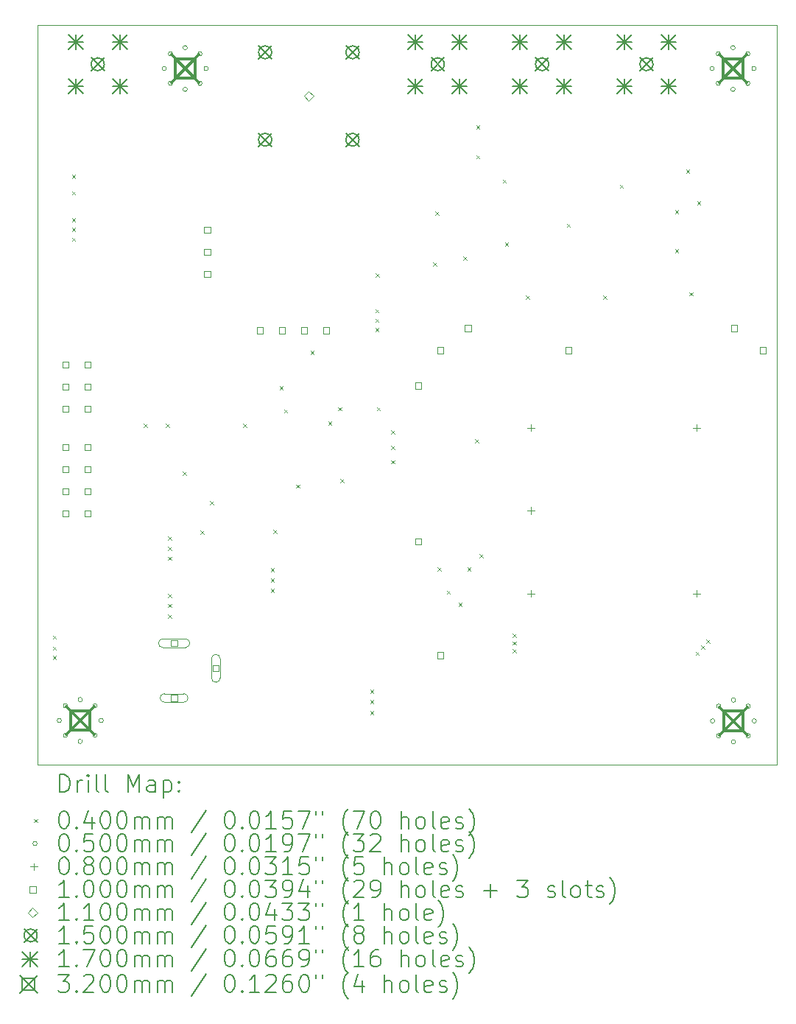
<source format=gbr>
%TF.GenerationSoftware,KiCad,Pcbnew,7.0.11*%
%TF.CreationDate,2024-03-19T21:31:39+01:00*%
%TF.ProjectId,GPSDO,47505344-4f2e-46b6-9963-61645f706362,rev?*%
%TF.SameCoordinates,Original*%
%TF.FileFunction,Drillmap*%
%TF.FilePolarity,Positive*%
%FSLAX45Y45*%
G04 Gerber Fmt 4.5, Leading zero omitted, Abs format (unit mm)*
G04 Created by KiCad (PCBNEW 7.0.11) date 2024-03-19 21:31:39*
%MOMM*%
%LPD*%
G01*
G04 APERTURE LIST*
%ADD10C,0.100000*%
%ADD11C,0.200000*%
%ADD12C,0.110000*%
%ADD13C,0.150000*%
%ADD14C,0.170000*%
%ADD15C,0.320000*%
G04 APERTURE END LIST*
D10*
X2000000Y-2000000D02*
X10500000Y-2000000D01*
X10500000Y-10500000D01*
X2000000Y-10500000D01*
X2000000Y-2000000D01*
D11*
D10*
X2174560Y-9017320D02*
X2214560Y-9057320D01*
X2214560Y-9017320D02*
X2174560Y-9057320D01*
X2174560Y-9144320D02*
X2214560Y-9184320D01*
X2214560Y-9144320D02*
X2174560Y-9184320D01*
X2174560Y-9251000D02*
X2214560Y-9291000D01*
X2214560Y-9251000D02*
X2174560Y-9291000D01*
X2393000Y-3723960D02*
X2433000Y-3763960D01*
X2433000Y-3723960D02*
X2393000Y-3763960D01*
X2393000Y-3911920D02*
X2433000Y-3951920D01*
X2433000Y-3911920D02*
X2393000Y-3951920D01*
X2393000Y-4221800D02*
X2433000Y-4261800D01*
X2433000Y-4221800D02*
X2393000Y-4261800D01*
X2393000Y-4333560D02*
X2433000Y-4373560D01*
X2433000Y-4333560D02*
X2393000Y-4373560D01*
X2393000Y-4445320D02*
X2433000Y-4485320D01*
X2433000Y-4445320D02*
X2393000Y-4485320D01*
X3218500Y-6584000D02*
X3258500Y-6624000D01*
X3258500Y-6584000D02*
X3218500Y-6624000D01*
X3472500Y-6584000D02*
X3512500Y-6624000D01*
X3512500Y-6584000D02*
X3472500Y-6624000D01*
X3497900Y-7879400D02*
X3537900Y-7919400D01*
X3537900Y-7879400D02*
X3497900Y-7919400D01*
X3497900Y-8654100D02*
X3537900Y-8694100D01*
X3537900Y-8654100D02*
X3497900Y-8694100D01*
X3500440Y-7996240D02*
X3540440Y-8036240D01*
X3540440Y-7996240D02*
X3500440Y-8036240D01*
X3500440Y-8113080D02*
X3540440Y-8153080D01*
X3540440Y-8113080D02*
X3500440Y-8153080D01*
X3500440Y-8539800D02*
X3540440Y-8579800D01*
X3540440Y-8539800D02*
X3500440Y-8579800D01*
X3500440Y-8778560D02*
X3540440Y-8818560D01*
X3540440Y-8778560D02*
X3500440Y-8818560D01*
X3670500Y-7133150D02*
X3710500Y-7173150D01*
X3710500Y-7133150D02*
X3670500Y-7173150D01*
X3873700Y-7808400D02*
X3913700Y-7848400D01*
X3913700Y-7808400D02*
X3873700Y-7848400D01*
X3980500Y-7473000D02*
X4020500Y-7513000D01*
X4020500Y-7473000D02*
X3980500Y-7513000D01*
X4364040Y-6584000D02*
X4404040Y-6624000D01*
X4404040Y-6584000D02*
X4364040Y-6624000D01*
X4679000Y-8245160D02*
X4719000Y-8285160D01*
X4719000Y-8245160D02*
X4679000Y-8285160D01*
X4679000Y-8362000D02*
X4719000Y-8402000D01*
X4719000Y-8362000D02*
X4679000Y-8402000D01*
X4679000Y-8478840D02*
X4719000Y-8518840D01*
X4719000Y-8478840D02*
X4679000Y-8518840D01*
X4711900Y-7803200D02*
X4751900Y-7843200D01*
X4751900Y-7803200D02*
X4711900Y-7843200D01*
X4780600Y-6152200D02*
X4820600Y-6192200D01*
X4820600Y-6152200D02*
X4780600Y-6192200D01*
X4831400Y-6418900D02*
X4871400Y-6458900D01*
X4871400Y-6418900D02*
X4831400Y-6458900D01*
X4971100Y-7282500D02*
X5011100Y-7322500D01*
X5011100Y-7282500D02*
X4971100Y-7322500D01*
X5136200Y-5745800D02*
X5176200Y-5785800D01*
X5176200Y-5745800D02*
X5136200Y-5785800D01*
X5339400Y-6558600D02*
X5379400Y-6598600D01*
X5379400Y-6558600D02*
X5339400Y-6598600D01*
X5453700Y-6393500D02*
X5493700Y-6433500D01*
X5493700Y-6393500D02*
X5453700Y-6433500D01*
X5479100Y-7219000D02*
X5519100Y-7259000D01*
X5519100Y-7219000D02*
X5479100Y-7259000D01*
X5822000Y-9642160D02*
X5862000Y-9682160D01*
X5862000Y-9642160D02*
X5822000Y-9682160D01*
X5822000Y-9759000D02*
X5862000Y-9799000D01*
X5862000Y-9759000D02*
X5822000Y-9799000D01*
X5822000Y-9886000D02*
X5862000Y-9926000D01*
X5862000Y-9886000D02*
X5822000Y-9926000D01*
X5882960Y-5268280D02*
X5922960Y-5308280D01*
X5922960Y-5268280D02*
X5882960Y-5308280D01*
X5882960Y-5377500D02*
X5922960Y-5417500D01*
X5922960Y-5377500D02*
X5882960Y-5417500D01*
X5882960Y-5481640D02*
X5922960Y-5521640D01*
X5922960Y-5481640D02*
X5882960Y-5521640D01*
X5885500Y-4856800D02*
X5925500Y-4896800D01*
X5925500Y-4856800D02*
X5885500Y-4896800D01*
X5898200Y-6393500D02*
X5938200Y-6433500D01*
X5938200Y-6393500D02*
X5898200Y-6433500D01*
X6063300Y-6660200D02*
X6103300Y-6700200D01*
X6103300Y-6660200D02*
X6063300Y-6700200D01*
X6063300Y-6838000D02*
X6103300Y-6878000D01*
X6103300Y-6838000D02*
X6063300Y-6878000D01*
X6063300Y-7003100D02*
X6103300Y-7043100D01*
X6103300Y-7003100D02*
X6063300Y-7043100D01*
X6545900Y-4729800D02*
X6585900Y-4769800D01*
X6585900Y-4729800D02*
X6545900Y-4769800D01*
X6571300Y-4145600D02*
X6611300Y-4185600D01*
X6611300Y-4145600D02*
X6571300Y-4185600D01*
X6595100Y-8235000D02*
X6635100Y-8275000D01*
X6635100Y-8235000D02*
X6595100Y-8275000D01*
X6703950Y-8501700D02*
X6743950Y-8541700D01*
X6743950Y-8501700D02*
X6703950Y-8541700D01*
X6838000Y-8641400D02*
X6878000Y-8681400D01*
X6878000Y-8641400D02*
X6838000Y-8681400D01*
X6893880Y-4663760D02*
X6933880Y-4703760D01*
X6933880Y-4663760D02*
X6893880Y-4703760D01*
X6939600Y-8235000D02*
X6979600Y-8275000D01*
X6979600Y-8235000D02*
X6939600Y-8275000D01*
X7028500Y-6761800D02*
X7068500Y-6801800D01*
X7068500Y-6761800D02*
X7028500Y-6801800D01*
X7041200Y-3155000D02*
X7081200Y-3195000D01*
X7081200Y-3155000D02*
X7041200Y-3195000D01*
X7041200Y-3497900D02*
X7081200Y-3537900D01*
X7081200Y-3497900D02*
X7041200Y-3537900D01*
X7079300Y-8082600D02*
X7119300Y-8122600D01*
X7119300Y-8082600D02*
X7079300Y-8122600D01*
X7346000Y-3777300D02*
X7386000Y-3817300D01*
X7386000Y-3777300D02*
X7346000Y-3817300D01*
X7371400Y-4501200D02*
X7411400Y-4541200D01*
X7411400Y-4501200D02*
X7371400Y-4541200D01*
X7460300Y-9085900D02*
X7500300Y-9125900D01*
X7500300Y-9085900D02*
X7460300Y-9125900D01*
X7460300Y-9174800D02*
X7500300Y-9214800D01*
X7500300Y-9174800D02*
X7460300Y-9214800D01*
X7462840Y-8997000D02*
X7502840Y-9037000D01*
X7502840Y-8997000D02*
X7462840Y-9037000D01*
X7612700Y-5110800D02*
X7652700Y-5150800D01*
X7652700Y-5110800D02*
X7612700Y-5150800D01*
X8082600Y-4285300D02*
X8122600Y-4325300D01*
X8122600Y-4285300D02*
X8082600Y-4325300D01*
X8504240Y-5110800D02*
X8544240Y-5150800D01*
X8544240Y-5110800D02*
X8504240Y-5150800D01*
X8692200Y-3835720D02*
X8732200Y-3875720D01*
X8732200Y-3835720D02*
X8692200Y-3875720D01*
X9327200Y-4130360D02*
X9367200Y-4170360D01*
X9367200Y-4130360D02*
X9327200Y-4170360D01*
X9327200Y-4577400D02*
X9367200Y-4617400D01*
X9367200Y-4577400D02*
X9327200Y-4617400D01*
X9454200Y-3663000D02*
X9494200Y-3703000D01*
X9494200Y-3663000D02*
X9454200Y-3703000D01*
X9492300Y-5072700D02*
X9532300Y-5112700D01*
X9532300Y-5072700D02*
X9492300Y-5112700D01*
X9565960Y-9205280D02*
X9605960Y-9245280D01*
X9605960Y-9205280D02*
X9565960Y-9245280D01*
X9581200Y-4028760D02*
X9621200Y-4068760D01*
X9621200Y-4028760D02*
X9581200Y-4068760D01*
X9626920Y-9134160D02*
X9666920Y-9174160D01*
X9666920Y-9134160D02*
X9626920Y-9174160D01*
X9687880Y-9063040D02*
X9727880Y-9103040D01*
X9727880Y-9063040D02*
X9687880Y-9103040D01*
X2274200Y-9994900D02*
G75*
G03*
X2224200Y-9994900I-25000J0D01*
G01*
X2224200Y-9994900D02*
G75*
G03*
X2274200Y-9994900I25000J0D01*
G01*
X2344494Y-9825194D02*
G75*
G03*
X2294494Y-9825194I-25000J0D01*
G01*
X2294494Y-9825194D02*
G75*
G03*
X2344494Y-9825194I25000J0D01*
G01*
X2344494Y-10164606D02*
G75*
G03*
X2294494Y-10164606I-25000J0D01*
G01*
X2294494Y-10164606D02*
G75*
G03*
X2344494Y-10164606I25000J0D01*
G01*
X2514200Y-9754900D02*
G75*
G03*
X2464200Y-9754900I-25000J0D01*
G01*
X2464200Y-9754900D02*
G75*
G03*
X2514200Y-9754900I25000J0D01*
G01*
X2514200Y-10234900D02*
G75*
G03*
X2464200Y-10234900I-25000J0D01*
G01*
X2464200Y-10234900D02*
G75*
G03*
X2514200Y-10234900I25000J0D01*
G01*
X2683906Y-9825194D02*
G75*
G03*
X2633906Y-9825194I-25000J0D01*
G01*
X2633906Y-9825194D02*
G75*
G03*
X2683906Y-9825194I25000J0D01*
G01*
X2683906Y-10164606D02*
G75*
G03*
X2633906Y-10164606I-25000J0D01*
G01*
X2633906Y-10164606D02*
G75*
G03*
X2683906Y-10164606I25000J0D01*
G01*
X2754200Y-9994900D02*
G75*
G03*
X2704200Y-9994900I-25000J0D01*
G01*
X2704200Y-9994900D02*
G75*
G03*
X2754200Y-9994900I25000J0D01*
G01*
X3480700Y-2501900D02*
G75*
G03*
X3430700Y-2501900I-25000J0D01*
G01*
X3430700Y-2501900D02*
G75*
G03*
X3480700Y-2501900I25000J0D01*
G01*
X3550994Y-2332194D02*
G75*
G03*
X3500994Y-2332194I-25000J0D01*
G01*
X3500994Y-2332194D02*
G75*
G03*
X3550994Y-2332194I25000J0D01*
G01*
X3550994Y-2671606D02*
G75*
G03*
X3500994Y-2671606I-25000J0D01*
G01*
X3500994Y-2671606D02*
G75*
G03*
X3550994Y-2671606I25000J0D01*
G01*
X3720700Y-2261900D02*
G75*
G03*
X3670700Y-2261900I-25000J0D01*
G01*
X3670700Y-2261900D02*
G75*
G03*
X3720700Y-2261900I25000J0D01*
G01*
X3720700Y-2741900D02*
G75*
G03*
X3670700Y-2741900I-25000J0D01*
G01*
X3670700Y-2741900D02*
G75*
G03*
X3720700Y-2741900I25000J0D01*
G01*
X3890406Y-2332194D02*
G75*
G03*
X3840406Y-2332194I-25000J0D01*
G01*
X3840406Y-2332194D02*
G75*
G03*
X3890406Y-2332194I25000J0D01*
G01*
X3890406Y-2671606D02*
G75*
G03*
X3840406Y-2671606I-25000J0D01*
G01*
X3840406Y-2671606D02*
G75*
G03*
X3890406Y-2671606I25000J0D01*
G01*
X3960700Y-2501900D02*
G75*
G03*
X3910700Y-2501900I-25000J0D01*
G01*
X3910700Y-2501900D02*
G75*
G03*
X3960700Y-2501900I25000J0D01*
G01*
X9779900Y-2501900D02*
G75*
G03*
X9729900Y-2501900I-25000J0D01*
G01*
X9729900Y-2501900D02*
G75*
G03*
X9779900Y-2501900I25000J0D01*
G01*
X9785000Y-10000000D02*
G75*
G03*
X9735000Y-10000000I-25000J0D01*
G01*
X9735000Y-10000000D02*
G75*
G03*
X9785000Y-10000000I25000J0D01*
G01*
X9850194Y-2332194D02*
G75*
G03*
X9800194Y-2332194I-25000J0D01*
G01*
X9800194Y-2332194D02*
G75*
G03*
X9850194Y-2332194I25000J0D01*
G01*
X9850194Y-2671606D02*
G75*
G03*
X9800194Y-2671606I-25000J0D01*
G01*
X9800194Y-2671606D02*
G75*
G03*
X9850194Y-2671606I25000J0D01*
G01*
X9855294Y-9830294D02*
G75*
G03*
X9805294Y-9830294I-25000J0D01*
G01*
X9805294Y-9830294D02*
G75*
G03*
X9855294Y-9830294I25000J0D01*
G01*
X9855294Y-10169706D02*
G75*
G03*
X9805294Y-10169706I-25000J0D01*
G01*
X9805294Y-10169706D02*
G75*
G03*
X9855294Y-10169706I25000J0D01*
G01*
X10019900Y-2261900D02*
G75*
G03*
X9969900Y-2261900I-25000J0D01*
G01*
X9969900Y-2261900D02*
G75*
G03*
X10019900Y-2261900I25000J0D01*
G01*
X10019900Y-2741900D02*
G75*
G03*
X9969900Y-2741900I-25000J0D01*
G01*
X9969900Y-2741900D02*
G75*
G03*
X10019900Y-2741900I25000J0D01*
G01*
X10025000Y-9760000D02*
G75*
G03*
X9975000Y-9760000I-25000J0D01*
G01*
X9975000Y-9760000D02*
G75*
G03*
X10025000Y-9760000I25000J0D01*
G01*
X10025000Y-10240000D02*
G75*
G03*
X9975000Y-10240000I-25000J0D01*
G01*
X9975000Y-10240000D02*
G75*
G03*
X10025000Y-10240000I25000J0D01*
G01*
X10189606Y-2332194D02*
G75*
G03*
X10139606Y-2332194I-25000J0D01*
G01*
X10139606Y-2332194D02*
G75*
G03*
X10189606Y-2332194I25000J0D01*
G01*
X10189606Y-2671606D02*
G75*
G03*
X10139606Y-2671606I-25000J0D01*
G01*
X10139606Y-2671606D02*
G75*
G03*
X10189606Y-2671606I25000J0D01*
G01*
X10194706Y-9830294D02*
G75*
G03*
X10144706Y-9830294I-25000J0D01*
G01*
X10144706Y-9830294D02*
G75*
G03*
X10194706Y-9830294I25000J0D01*
G01*
X10194706Y-10169706D02*
G75*
G03*
X10144706Y-10169706I-25000J0D01*
G01*
X10144706Y-10169706D02*
G75*
G03*
X10194706Y-10169706I25000J0D01*
G01*
X10259900Y-2501900D02*
G75*
G03*
X10209900Y-2501900I-25000J0D01*
G01*
X10209900Y-2501900D02*
G75*
G03*
X10259900Y-2501900I25000J0D01*
G01*
X10265000Y-10000000D02*
G75*
G03*
X10215000Y-10000000I-25000J0D01*
G01*
X10215000Y-10000000D02*
G75*
G03*
X10265000Y-10000000I25000J0D01*
G01*
X7670800Y-6589400D02*
X7670800Y-6669400D01*
X7630800Y-6629400D02*
X7710800Y-6629400D01*
X7670800Y-7541900D02*
X7670800Y-7621900D01*
X7630800Y-7581900D02*
X7710800Y-7581900D01*
X7670800Y-8494400D02*
X7670800Y-8574400D01*
X7630800Y-8534400D02*
X7710800Y-8534400D01*
X9575800Y-6589400D02*
X9575800Y-6669400D01*
X9535800Y-6629400D02*
X9615800Y-6629400D01*
X9575800Y-8494400D02*
X9575800Y-8574400D01*
X9535800Y-8534400D02*
X9615800Y-8534400D01*
X2356916Y-6888276D02*
X2356916Y-6817564D01*
X2286204Y-6817564D01*
X2286204Y-6888276D01*
X2356916Y-6888276D01*
X2356916Y-7142276D02*
X2356916Y-7071564D01*
X2286204Y-7071564D01*
X2286204Y-7142276D01*
X2356916Y-7142276D01*
X2356916Y-7396276D02*
X2356916Y-7325564D01*
X2286204Y-7325564D01*
X2286204Y-7396276D01*
X2356916Y-7396276D01*
X2356916Y-7650276D02*
X2356916Y-7579564D01*
X2286204Y-7579564D01*
X2286204Y-7650276D01*
X2356916Y-7650276D01*
X2357416Y-5941896D02*
X2357416Y-5871184D01*
X2286704Y-5871184D01*
X2286704Y-5941896D01*
X2357416Y-5941896D01*
X2357416Y-6195896D02*
X2357416Y-6125184D01*
X2286704Y-6125184D01*
X2286704Y-6195896D01*
X2357416Y-6195896D01*
X2357416Y-6449896D02*
X2357416Y-6379184D01*
X2286704Y-6379184D01*
X2286704Y-6449896D01*
X2357416Y-6449896D01*
X2610916Y-6888276D02*
X2610916Y-6817564D01*
X2540204Y-6817564D01*
X2540204Y-6888276D01*
X2610916Y-6888276D01*
X2610916Y-7142276D02*
X2610916Y-7071564D01*
X2540204Y-7071564D01*
X2540204Y-7142276D01*
X2610916Y-7142276D01*
X2610916Y-7396276D02*
X2610916Y-7325564D01*
X2540204Y-7325564D01*
X2540204Y-7396276D01*
X2610916Y-7396276D01*
X2610916Y-7650276D02*
X2610916Y-7579564D01*
X2540204Y-7579564D01*
X2540204Y-7650276D01*
X2610916Y-7650276D01*
X2611416Y-5941896D02*
X2611416Y-5871184D01*
X2540704Y-5871184D01*
X2540704Y-5941896D01*
X2611416Y-5941896D01*
X2611416Y-6195896D02*
X2611416Y-6125184D01*
X2540704Y-6125184D01*
X2540704Y-6195896D01*
X2611416Y-6195896D01*
X2611416Y-6449896D02*
X2611416Y-6379184D01*
X2540704Y-6379184D01*
X2540704Y-6449896D01*
X2611416Y-6449896D01*
X3604056Y-9141256D02*
X3604056Y-9070544D01*
X3533344Y-9070544D01*
X3533344Y-9141256D01*
X3604056Y-9141256D01*
X3438700Y-9155900D02*
X3698700Y-9155900D01*
X3698700Y-9155900D02*
G75*
G03*
X3698700Y-9055900I0J50000D01*
G01*
X3698700Y-9055900D02*
X3438700Y-9055900D01*
X3438700Y-9055900D02*
G75*
G03*
X3438700Y-9155900I0J-50000D01*
G01*
X3604056Y-9771256D02*
X3604056Y-9700544D01*
X3533344Y-9700544D01*
X3533344Y-9771256D01*
X3604056Y-9771256D01*
X3458700Y-9785900D02*
X3678700Y-9785900D01*
X3678700Y-9785900D02*
G75*
G03*
X3678700Y-9685900I0J50000D01*
G01*
X3678700Y-9685900D02*
X3458700Y-9685900D01*
X3458700Y-9685900D02*
G75*
G03*
X3458700Y-9785900I0J-50000D01*
G01*
X3985056Y-4391456D02*
X3985056Y-4320744D01*
X3914344Y-4320744D01*
X3914344Y-4391456D01*
X3985056Y-4391456D01*
X3985056Y-4645456D02*
X3985056Y-4574744D01*
X3914344Y-4574744D01*
X3914344Y-4645456D01*
X3985056Y-4645456D01*
X3985056Y-4899456D02*
X3985056Y-4828744D01*
X3914344Y-4828744D01*
X3914344Y-4899456D01*
X3985056Y-4899456D01*
X4084056Y-9431256D02*
X4084056Y-9360544D01*
X4013344Y-9360544D01*
X4013344Y-9431256D01*
X4084056Y-9431256D01*
X3998700Y-9285900D02*
X3998700Y-9505900D01*
X3998700Y-9505900D02*
G75*
G03*
X4098700Y-9505900I50000J0D01*
G01*
X4098700Y-9505900D02*
X4098700Y-9285900D01*
X4098700Y-9285900D02*
G75*
G03*
X3998700Y-9285900I-50000J0D01*
G01*
X4593656Y-5547156D02*
X4593656Y-5476444D01*
X4522944Y-5476444D01*
X4522944Y-5547156D01*
X4593656Y-5547156D01*
X4847656Y-5547156D02*
X4847656Y-5476444D01*
X4776944Y-5476444D01*
X4776944Y-5547156D01*
X4847656Y-5547156D01*
X5101656Y-5547156D02*
X5101656Y-5476444D01*
X5030944Y-5476444D01*
X5030944Y-5547156D01*
X5101656Y-5547156D01*
X5355656Y-5547156D02*
X5355656Y-5476444D01*
X5284944Y-5476444D01*
X5284944Y-5547156D01*
X5355656Y-5547156D01*
X6410756Y-6182156D02*
X6410756Y-6111444D01*
X6340044Y-6111444D01*
X6340044Y-6182156D01*
X6410756Y-6182156D01*
X6410756Y-7972856D02*
X6410756Y-7902144D01*
X6340044Y-7902144D01*
X6340044Y-7972856D01*
X6410756Y-7972856D01*
X6664756Y-5775756D02*
X6664756Y-5705044D01*
X6594044Y-5705044D01*
X6594044Y-5775756D01*
X6664756Y-5775756D01*
X6664756Y-9280956D02*
X6664756Y-9210244D01*
X6594044Y-9210244D01*
X6594044Y-9280956D01*
X6664756Y-9280956D01*
X6982256Y-5521756D02*
X6982256Y-5451044D01*
X6911544Y-5451044D01*
X6911544Y-5521756D01*
X6982256Y-5521756D01*
X8137956Y-5775756D02*
X8137956Y-5705044D01*
X8067244Y-5705044D01*
X8067244Y-5775756D01*
X8137956Y-5775756D01*
X10042956Y-5521756D02*
X10042956Y-5451044D01*
X9972244Y-5451044D01*
X9972244Y-5521756D01*
X10042956Y-5521756D01*
X10373156Y-5775756D02*
X10373156Y-5705044D01*
X10302444Y-5705044D01*
X10302444Y-5775756D01*
X10373156Y-5775756D01*
D12*
X5118100Y-2872600D02*
X5173100Y-2817600D01*
X5118100Y-2762600D01*
X5063100Y-2817600D01*
X5118100Y-2872600D01*
D13*
X2615800Y-2377560D02*
X2765800Y-2527560D01*
X2765800Y-2377560D02*
X2615800Y-2527560D01*
X2765800Y-2452560D02*
G75*
G03*
X2615800Y-2452560I-75000J0D01*
G01*
X2615800Y-2452560D02*
G75*
G03*
X2765800Y-2452560I75000J0D01*
G01*
X4540600Y-2240100D02*
X4690600Y-2390100D01*
X4690600Y-2240100D02*
X4540600Y-2390100D01*
X4690600Y-2315100D02*
G75*
G03*
X4540600Y-2315100I-75000J0D01*
G01*
X4540600Y-2315100D02*
G75*
G03*
X4690600Y-2315100I75000J0D01*
G01*
X4540600Y-3245100D02*
X4690600Y-3395100D01*
X4690600Y-3245100D02*
X4540600Y-3395100D01*
X4690600Y-3320100D02*
G75*
G03*
X4540600Y-3320100I-75000J0D01*
G01*
X4540600Y-3320100D02*
G75*
G03*
X4690600Y-3320100I75000J0D01*
G01*
X5545600Y-2240100D02*
X5695600Y-2390100D01*
X5695600Y-2240100D02*
X5545600Y-2390100D01*
X5695600Y-2315100D02*
G75*
G03*
X5545600Y-2315100I-75000J0D01*
G01*
X5545600Y-2315100D02*
G75*
G03*
X5695600Y-2315100I75000J0D01*
G01*
X5545600Y-3245100D02*
X5695600Y-3395100D01*
X5695600Y-3245100D02*
X5545600Y-3395100D01*
X5695600Y-3320100D02*
G75*
G03*
X5545600Y-3320100I-75000J0D01*
G01*
X5545600Y-3320100D02*
G75*
G03*
X5695600Y-3320100I75000J0D01*
G01*
X6525000Y-2377560D02*
X6675000Y-2527560D01*
X6675000Y-2377560D02*
X6525000Y-2527560D01*
X6675000Y-2452560D02*
G75*
G03*
X6525000Y-2452560I-75000J0D01*
G01*
X6525000Y-2452560D02*
G75*
G03*
X6675000Y-2452560I75000J0D01*
G01*
X7725000Y-2377560D02*
X7875000Y-2527560D01*
X7875000Y-2377560D02*
X7725000Y-2527560D01*
X7875000Y-2452560D02*
G75*
G03*
X7725000Y-2452560I-75000J0D01*
G01*
X7725000Y-2452560D02*
G75*
G03*
X7875000Y-2452560I75000J0D01*
G01*
X8925000Y-2377560D02*
X9075000Y-2527560D01*
X9075000Y-2377560D02*
X8925000Y-2527560D01*
X9075000Y-2452560D02*
G75*
G03*
X8925000Y-2452560I-75000J0D01*
G01*
X8925000Y-2452560D02*
G75*
G03*
X9075000Y-2452560I75000J0D01*
G01*
D14*
X2351800Y-2113560D02*
X2521800Y-2283560D01*
X2521800Y-2113560D02*
X2351800Y-2283560D01*
X2436800Y-2113560D02*
X2436800Y-2283560D01*
X2351800Y-2198560D02*
X2521800Y-2198560D01*
X2351800Y-2621560D02*
X2521800Y-2791560D01*
X2521800Y-2621560D02*
X2351800Y-2791560D01*
X2436800Y-2621560D02*
X2436800Y-2791560D01*
X2351800Y-2706560D02*
X2521800Y-2706560D01*
X2859800Y-2113560D02*
X3029800Y-2283560D01*
X3029800Y-2113560D02*
X2859800Y-2283560D01*
X2944800Y-2113560D02*
X2944800Y-2283560D01*
X2859800Y-2198560D02*
X3029800Y-2198560D01*
X2859800Y-2621560D02*
X3029800Y-2791560D01*
X3029800Y-2621560D02*
X2859800Y-2791560D01*
X2944800Y-2621560D02*
X2944800Y-2791560D01*
X2859800Y-2706560D02*
X3029800Y-2706560D01*
X6261000Y-2113560D02*
X6431000Y-2283560D01*
X6431000Y-2113560D02*
X6261000Y-2283560D01*
X6346000Y-2113560D02*
X6346000Y-2283560D01*
X6261000Y-2198560D02*
X6431000Y-2198560D01*
X6261000Y-2621560D02*
X6431000Y-2791560D01*
X6431000Y-2621560D02*
X6261000Y-2791560D01*
X6346000Y-2621560D02*
X6346000Y-2791560D01*
X6261000Y-2706560D02*
X6431000Y-2706560D01*
X6769000Y-2113560D02*
X6939000Y-2283560D01*
X6939000Y-2113560D02*
X6769000Y-2283560D01*
X6854000Y-2113560D02*
X6854000Y-2283560D01*
X6769000Y-2198560D02*
X6939000Y-2198560D01*
X6769000Y-2621560D02*
X6939000Y-2791560D01*
X6939000Y-2621560D02*
X6769000Y-2791560D01*
X6854000Y-2621560D02*
X6854000Y-2791560D01*
X6769000Y-2706560D02*
X6939000Y-2706560D01*
X7461000Y-2113560D02*
X7631000Y-2283560D01*
X7631000Y-2113560D02*
X7461000Y-2283560D01*
X7546000Y-2113560D02*
X7546000Y-2283560D01*
X7461000Y-2198560D02*
X7631000Y-2198560D01*
X7461000Y-2621560D02*
X7631000Y-2791560D01*
X7631000Y-2621560D02*
X7461000Y-2791560D01*
X7546000Y-2621560D02*
X7546000Y-2791560D01*
X7461000Y-2706560D02*
X7631000Y-2706560D01*
X7969000Y-2113560D02*
X8139000Y-2283560D01*
X8139000Y-2113560D02*
X7969000Y-2283560D01*
X8054000Y-2113560D02*
X8054000Y-2283560D01*
X7969000Y-2198560D02*
X8139000Y-2198560D01*
X7969000Y-2621560D02*
X8139000Y-2791560D01*
X8139000Y-2621560D02*
X7969000Y-2791560D01*
X8054000Y-2621560D02*
X8054000Y-2791560D01*
X7969000Y-2706560D02*
X8139000Y-2706560D01*
X8661000Y-2113560D02*
X8831000Y-2283560D01*
X8831000Y-2113560D02*
X8661000Y-2283560D01*
X8746000Y-2113560D02*
X8746000Y-2283560D01*
X8661000Y-2198560D02*
X8831000Y-2198560D01*
X8661000Y-2621560D02*
X8831000Y-2791560D01*
X8831000Y-2621560D02*
X8661000Y-2791560D01*
X8746000Y-2621560D02*
X8746000Y-2791560D01*
X8661000Y-2706560D02*
X8831000Y-2706560D01*
X9169000Y-2113560D02*
X9339000Y-2283560D01*
X9339000Y-2113560D02*
X9169000Y-2283560D01*
X9254000Y-2113560D02*
X9254000Y-2283560D01*
X9169000Y-2198560D02*
X9339000Y-2198560D01*
X9169000Y-2621560D02*
X9339000Y-2791560D01*
X9339000Y-2621560D02*
X9169000Y-2791560D01*
X9254000Y-2621560D02*
X9254000Y-2791560D01*
X9169000Y-2706560D02*
X9339000Y-2706560D01*
D15*
X2329200Y-9834900D02*
X2649200Y-10154900D01*
X2649200Y-9834900D02*
X2329200Y-10154900D01*
X2602338Y-10108038D02*
X2602338Y-9881762D01*
X2376062Y-9881762D01*
X2376062Y-10108038D01*
X2602338Y-10108038D01*
X3535700Y-2341900D02*
X3855700Y-2661900D01*
X3855700Y-2341900D02*
X3535700Y-2661900D01*
X3808838Y-2615038D02*
X3808838Y-2388762D01*
X3582562Y-2388762D01*
X3582562Y-2615038D01*
X3808838Y-2615038D01*
X9834900Y-2341900D02*
X10154900Y-2661900D01*
X10154900Y-2341900D02*
X9834900Y-2661900D01*
X10108038Y-2615038D02*
X10108038Y-2388762D01*
X9881762Y-2388762D01*
X9881762Y-2615038D01*
X10108038Y-2615038D01*
X9840000Y-9840000D02*
X10160000Y-10160000D01*
X10160000Y-9840000D02*
X9840000Y-10160000D01*
X10113138Y-10113138D02*
X10113138Y-9886862D01*
X9886862Y-9886862D01*
X9886862Y-10113138D01*
X10113138Y-10113138D01*
D11*
X2255777Y-10816484D02*
X2255777Y-10616484D01*
X2255777Y-10616484D02*
X2303396Y-10616484D01*
X2303396Y-10616484D02*
X2331967Y-10626008D01*
X2331967Y-10626008D02*
X2351015Y-10645055D01*
X2351015Y-10645055D02*
X2360539Y-10664103D01*
X2360539Y-10664103D02*
X2370063Y-10702198D01*
X2370063Y-10702198D02*
X2370063Y-10730770D01*
X2370063Y-10730770D02*
X2360539Y-10768865D01*
X2360539Y-10768865D02*
X2351015Y-10787912D01*
X2351015Y-10787912D02*
X2331967Y-10806960D01*
X2331967Y-10806960D02*
X2303396Y-10816484D01*
X2303396Y-10816484D02*
X2255777Y-10816484D01*
X2455777Y-10816484D02*
X2455777Y-10683150D01*
X2455777Y-10721246D02*
X2465301Y-10702198D01*
X2465301Y-10702198D02*
X2474824Y-10692674D01*
X2474824Y-10692674D02*
X2493872Y-10683150D01*
X2493872Y-10683150D02*
X2512920Y-10683150D01*
X2579586Y-10816484D02*
X2579586Y-10683150D01*
X2579586Y-10616484D02*
X2570063Y-10626008D01*
X2570063Y-10626008D02*
X2579586Y-10635531D01*
X2579586Y-10635531D02*
X2589110Y-10626008D01*
X2589110Y-10626008D02*
X2579586Y-10616484D01*
X2579586Y-10616484D02*
X2579586Y-10635531D01*
X2703396Y-10816484D02*
X2684348Y-10806960D01*
X2684348Y-10806960D02*
X2674824Y-10787912D01*
X2674824Y-10787912D02*
X2674824Y-10616484D01*
X2808158Y-10816484D02*
X2789110Y-10806960D01*
X2789110Y-10806960D02*
X2779586Y-10787912D01*
X2779586Y-10787912D02*
X2779586Y-10616484D01*
X3036729Y-10816484D02*
X3036729Y-10616484D01*
X3036729Y-10616484D02*
X3103396Y-10759341D01*
X3103396Y-10759341D02*
X3170062Y-10616484D01*
X3170062Y-10616484D02*
X3170062Y-10816484D01*
X3351015Y-10816484D02*
X3351015Y-10711722D01*
X3351015Y-10711722D02*
X3341491Y-10692674D01*
X3341491Y-10692674D02*
X3322443Y-10683150D01*
X3322443Y-10683150D02*
X3284348Y-10683150D01*
X3284348Y-10683150D02*
X3265301Y-10692674D01*
X3351015Y-10806960D02*
X3331967Y-10816484D01*
X3331967Y-10816484D02*
X3284348Y-10816484D01*
X3284348Y-10816484D02*
X3265301Y-10806960D01*
X3265301Y-10806960D02*
X3255777Y-10787912D01*
X3255777Y-10787912D02*
X3255777Y-10768865D01*
X3255777Y-10768865D02*
X3265301Y-10749817D01*
X3265301Y-10749817D02*
X3284348Y-10740293D01*
X3284348Y-10740293D02*
X3331967Y-10740293D01*
X3331967Y-10740293D02*
X3351015Y-10730770D01*
X3446253Y-10683150D02*
X3446253Y-10883150D01*
X3446253Y-10692674D02*
X3465301Y-10683150D01*
X3465301Y-10683150D02*
X3503396Y-10683150D01*
X3503396Y-10683150D02*
X3522443Y-10692674D01*
X3522443Y-10692674D02*
X3531967Y-10702198D01*
X3531967Y-10702198D02*
X3541491Y-10721246D01*
X3541491Y-10721246D02*
X3541491Y-10778389D01*
X3541491Y-10778389D02*
X3531967Y-10797436D01*
X3531967Y-10797436D02*
X3522443Y-10806960D01*
X3522443Y-10806960D02*
X3503396Y-10816484D01*
X3503396Y-10816484D02*
X3465301Y-10816484D01*
X3465301Y-10816484D02*
X3446253Y-10806960D01*
X3627205Y-10797436D02*
X3636729Y-10806960D01*
X3636729Y-10806960D02*
X3627205Y-10816484D01*
X3627205Y-10816484D02*
X3617682Y-10806960D01*
X3617682Y-10806960D02*
X3627205Y-10797436D01*
X3627205Y-10797436D02*
X3627205Y-10816484D01*
X3627205Y-10692674D02*
X3636729Y-10702198D01*
X3636729Y-10702198D02*
X3627205Y-10711722D01*
X3627205Y-10711722D02*
X3617682Y-10702198D01*
X3617682Y-10702198D02*
X3627205Y-10692674D01*
X3627205Y-10692674D02*
X3627205Y-10711722D01*
D10*
X1955000Y-11125000D02*
X1995000Y-11165000D01*
X1995000Y-11125000D02*
X1955000Y-11165000D01*
D11*
X2293872Y-11036484D02*
X2312920Y-11036484D01*
X2312920Y-11036484D02*
X2331967Y-11046008D01*
X2331967Y-11046008D02*
X2341491Y-11055531D01*
X2341491Y-11055531D02*
X2351015Y-11074579D01*
X2351015Y-11074579D02*
X2360539Y-11112674D01*
X2360539Y-11112674D02*
X2360539Y-11160293D01*
X2360539Y-11160293D02*
X2351015Y-11198388D01*
X2351015Y-11198388D02*
X2341491Y-11217436D01*
X2341491Y-11217436D02*
X2331967Y-11226960D01*
X2331967Y-11226960D02*
X2312920Y-11236484D01*
X2312920Y-11236484D02*
X2293872Y-11236484D01*
X2293872Y-11236484D02*
X2274824Y-11226960D01*
X2274824Y-11226960D02*
X2265301Y-11217436D01*
X2265301Y-11217436D02*
X2255777Y-11198388D01*
X2255777Y-11198388D02*
X2246253Y-11160293D01*
X2246253Y-11160293D02*
X2246253Y-11112674D01*
X2246253Y-11112674D02*
X2255777Y-11074579D01*
X2255777Y-11074579D02*
X2265301Y-11055531D01*
X2265301Y-11055531D02*
X2274824Y-11046008D01*
X2274824Y-11046008D02*
X2293872Y-11036484D01*
X2446253Y-11217436D02*
X2455777Y-11226960D01*
X2455777Y-11226960D02*
X2446253Y-11236484D01*
X2446253Y-11236484D02*
X2436729Y-11226960D01*
X2436729Y-11226960D02*
X2446253Y-11217436D01*
X2446253Y-11217436D02*
X2446253Y-11236484D01*
X2627205Y-11103150D02*
X2627205Y-11236484D01*
X2579586Y-11026960D02*
X2531967Y-11169817D01*
X2531967Y-11169817D02*
X2655777Y-11169817D01*
X2770063Y-11036484D02*
X2789110Y-11036484D01*
X2789110Y-11036484D02*
X2808158Y-11046008D01*
X2808158Y-11046008D02*
X2817682Y-11055531D01*
X2817682Y-11055531D02*
X2827205Y-11074579D01*
X2827205Y-11074579D02*
X2836729Y-11112674D01*
X2836729Y-11112674D02*
X2836729Y-11160293D01*
X2836729Y-11160293D02*
X2827205Y-11198388D01*
X2827205Y-11198388D02*
X2817682Y-11217436D01*
X2817682Y-11217436D02*
X2808158Y-11226960D01*
X2808158Y-11226960D02*
X2789110Y-11236484D01*
X2789110Y-11236484D02*
X2770063Y-11236484D01*
X2770063Y-11236484D02*
X2751015Y-11226960D01*
X2751015Y-11226960D02*
X2741491Y-11217436D01*
X2741491Y-11217436D02*
X2731967Y-11198388D01*
X2731967Y-11198388D02*
X2722444Y-11160293D01*
X2722444Y-11160293D02*
X2722444Y-11112674D01*
X2722444Y-11112674D02*
X2731967Y-11074579D01*
X2731967Y-11074579D02*
X2741491Y-11055531D01*
X2741491Y-11055531D02*
X2751015Y-11046008D01*
X2751015Y-11046008D02*
X2770063Y-11036484D01*
X2960539Y-11036484D02*
X2979586Y-11036484D01*
X2979586Y-11036484D02*
X2998634Y-11046008D01*
X2998634Y-11046008D02*
X3008158Y-11055531D01*
X3008158Y-11055531D02*
X3017682Y-11074579D01*
X3017682Y-11074579D02*
X3027205Y-11112674D01*
X3027205Y-11112674D02*
X3027205Y-11160293D01*
X3027205Y-11160293D02*
X3017682Y-11198388D01*
X3017682Y-11198388D02*
X3008158Y-11217436D01*
X3008158Y-11217436D02*
X2998634Y-11226960D01*
X2998634Y-11226960D02*
X2979586Y-11236484D01*
X2979586Y-11236484D02*
X2960539Y-11236484D01*
X2960539Y-11236484D02*
X2941491Y-11226960D01*
X2941491Y-11226960D02*
X2931967Y-11217436D01*
X2931967Y-11217436D02*
X2922443Y-11198388D01*
X2922443Y-11198388D02*
X2912920Y-11160293D01*
X2912920Y-11160293D02*
X2912920Y-11112674D01*
X2912920Y-11112674D02*
X2922443Y-11074579D01*
X2922443Y-11074579D02*
X2931967Y-11055531D01*
X2931967Y-11055531D02*
X2941491Y-11046008D01*
X2941491Y-11046008D02*
X2960539Y-11036484D01*
X3112920Y-11236484D02*
X3112920Y-11103150D01*
X3112920Y-11122198D02*
X3122443Y-11112674D01*
X3122443Y-11112674D02*
X3141491Y-11103150D01*
X3141491Y-11103150D02*
X3170063Y-11103150D01*
X3170063Y-11103150D02*
X3189110Y-11112674D01*
X3189110Y-11112674D02*
X3198634Y-11131722D01*
X3198634Y-11131722D02*
X3198634Y-11236484D01*
X3198634Y-11131722D02*
X3208158Y-11112674D01*
X3208158Y-11112674D02*
X3227205Y-11103150D01*
X3227205Y-11103150D02*
X3255777Y-11103150D01*
X3255777Y-11103150D02*
X3274824Y-11112674D01*
X3274824Y-11112674D02*
X3284348Y-11131722D01*
X3284348Y-11131722D02*
X3284348Y-11236484D01*
X3379586Y-11236484D02*
X3379586Y-11103150D01*
X3379586Y-11122198D02*
X3389110Y-11112674D01*
X3389110Y-11112674D02*
X3408158Y-11103150D01*
X3408158Y-11103150D02*
X3436729Y-11103150D01*
X3436729Y-11103150D02*
X3455777Y-11112674D01*
X3455777Y-11112674D02*
X3465301Y-11131722D01*
X3465301Y-11131722D02*
X3465301Y-11236484D01*
X3465301Y-11131722D02*
X3474824Y-11112674D01*
X3474824Y-11112674D02*
X3493872Y-11103150D01*
X3493872Y-11103150D02*
X3522443Y-11103150D01*
X3522443Y-11103150D02*
X3541491Y-11112674D01*
X3541491Y-11112674D02*
X3551015Y-11131722D01*
X3551015Y-11131722D02*
X3551015Y-11236484D01*
X3941491Y-11026960D02*
X3770063Y-11284103D01*
X4198634Y-11036484D02*
X4217682Y-11036484D01*
X4217682Y-11036484D02*
X4236729Y-11046008D01*
X4236729Y-11046008D02*
X4246253Y-11055531D01*
X4246253Y-11055531D02*
X4255777Y-11074579D01*
X4255777Y-11074579D02*
X4265301Y-11112674D01*
X4265301Y-11112674D02*
X4265301Y-11160293D01*
X4265301Y-11160293D02*
X4255777Y-11198388D01*
X4255777Y-11198388D02*
X4246253Y-11217436D01*
X4246253Y-11217436D02*
X4236729Y-11226960D01*
X4236729Y-11226960D02*
X4217682Y-11236484D01*
X4217682Y-11236484D02*
X4198634Y-11236484D01*
X4198634Y-11236484D02*
X4179586Y-11226960D01*
X4179586Y-11226960D02*
X4170063Y-11217436D01*
X4170063Y-11217436D02*
X4160539Y-11198388D01*
X4160539Y-11198388D02*
X4151015Y-11160293D01*
X4151015Y-11160293D02*
X4151015Y-11112674D01*
X4151015Y-11112674D02*
X4160539Y-11074579D01*
X4160539Y-11074579D02*
X4170063Y-11055531D01*
X4170063Y-11055531D02*
X4179586Y-11046008D01*
X4179586Y-11046008D02*
X4198634Y-11036484D01*
X4351015Y-11217436D02*
X4360539Y-11226960D01*
X4360539Y-11226960D02*
X4351015Y-11236484D01*
X4351015Y-11236484D02*
X4341491Y-11226960D01*
X4341491Y-11226960D02*
X4351015Y-11217436D01*
X4351015Y-11217436D02*
X4351015Y-11236484D01*
X4484348Y-11036484D02*
X4503396Y-11036484D01*
X4503396Y-11036484D02*
X4522444Y-11046008D01*
X4522444Y-11046008D02*
X4531968Y-11055531D01*
X4531968Y-11055531D02*
X4541491Y-11074579D01*
X4541491Y-11074579D02*
X4551015Y-11112674D01*
X4551015Y-11112674D02*
X4551015Y-11160293D01*
X4551015Y-11160293D02*
X4541491Y-11198388D01*
X4541491Y-11198388D02*
X4531968Y-11217436D01*
X4531968Y-11217436D02*
X4522444Y-11226960D01*
X4522444Y-11226960D02*
X4503396Y-11236484D01*
X4503396Y-11236484D02*
X4484348Y-11236484D01*
X4484348Y-11236484D02*
X4465301Y-11226960D01*
X4465301Y-11226960D02*
X4455777Y-11217436D01*
X4455777Y-11217436D02*
X4446253Y-11198388D01*
X4446253Y-11198388D02*
X4436729Y-11160293D01*
X4436729Y-11160293D02*
X4436729Y-11112674D01*
X4436729Y-11112674D02*
X4446253Y-11074579D01*
X4446253Y-11074579D02*
X4455777Y-11055531D01*
X4455777Y-11055531D02*
X4465301Y-11046008D01*
X4465301Y-11046008D02*
X4484348Y-11036484D01*
X4741491Y-11236484D02*
X4627206Y-11236484D01*
X4684348Y-11236484D02*
X4684348Y-11036484D01*
X4684348Y-11036484D02*
X4665301Y-11065055D01*
X4665301Y-11065055D02*
X4646253Y-11084103D01*
X4646253Y-11084103D02*
X4627206Y-11093627D01*
X4922444Y-11036484D02*
X4827206Y-11036484D01*
X4827206Y-11036484D02*
X4817682Y-11131722D01*
X4817682Y-11131722D02*
X4827206Y-11122198D01*
X4827206Y-11122198D02*
X4846253Y-11112674D01*
X4846253Y-11112674D02*
X4893872Y-11112674D01*
X4893872Y-11112674D02*
X4912920Y-11122198D01*
X4912920Y-11122198D02*
X4922444Y-11131722D01*
X4922444Y-11131722D02*
X4931968Y-11150770D01*
X4931968Y-11150770D02*
X4931968Y-11198388D01*
X4931968Y-11198388D02*
X4922444Y-11217436D01*
X4922444Y-11217436D02*
X4912920Y-11226960D01*
X4912920Y-11226960D02*
X4893872Y-11236484D01*
X4893872Y-11236484D02*
X4846253Y-11236484D01*
X4846253Y-11236484D02*
X4827206Y-11226960D01*
X4827206Y-11226960D02*
X4817682Y-11217436D01*
X4998634Y-11036484D02*
X5131968Y-11036484D01*
X5131968Y-11036484D02*
X5046253Y-11236484D01*
X5198634Y-11036484D02*
X5198634Y-11074579D01*
X5274825Y-11036484D02*
X5274825Y-11074579D01*
X5570063Y-11312674D02*
X5560539Y-11303150D01*
X5560539Y-11303150D02*
X5541491Y-11274579D01*
X5541491Y-11274579D02*
X5531968Y-11255531D01*
X5531968Y-11255531D02*
X5522444Y-11226960D01*
X5522444Y-11226960D02*
X5512920Y-11179341D01*
X5512920Y-11179341D02*
X5512920Y-11141246D01*
X5512920Y-11141246D02*
X5522444Y-11093627D01*
X5522444Y-11093627D02*
X5531968Y-11065055D01*
X5531968Y-11065055D02*
X5541491Y-11046008D01*
X5541491Y-11046008D02*
X5560539Y-11017436D01*
X5560539Y-11017436D02*
X5570063Y-11007912D01*
X5627206Y-11036484D02*
X5760539Y-11036484D01*
X5760539Y-11036484D02*
X5674825Y-11236484D01*
X5874825Y-11036484D02*
X5893872Y-11036484D01*
X5893872Y-11036484D02*
X5912920Y-11046008D01*
X5912920Y-11046008D02*
X5922444Y-11055531D01*
X5922444Y-11055531D02*
X5931968Y-11074579D01*
X5931968Y-11074579D02*
X5941491Y-11112674D01*
X5941491Y-11112674D02*
X5941491Y-11160293D01*
X5941491Y-11160293D02*
X5931968Y-11198388D01*
X5931968Y-11198388D02*
X5922444Y-11217436D01*
X5922444Y-11217436D02*
X5912920Y-11226960D01*
X5912920Y-11226960D02*
X5893872Y-11236484D01*
X5893872Y-11236484D02*
X5874825Y-11236484D01*
X5874825Y-11236484D02*
X5855777Y-11226960D01*
X5855777Y-11226960D02*
X5846253Y-11217436D01*
X5846253Y-11217436D02*
X5836729Y-11198388D01*
X5836729Y-11198388D02*
X5827206Y-11160293D01*
X5827206Y-11160293D02*
X5827206Y-11112674D01*
X5827206Y-11112674D02*
X5836729Y-11074579D01*
X5836729Y-11074579D02*
X5846253Y-11055531D01*
X5846253Y-11055531D02*
X5855777Y-11046008D01*
X5855777Y-11046008D02*
X5874825Y-11036484D01*
X6179587Y-11236484D02*
X6179587Y-11036484D01*
X6265301Y-11236484D02*
X6265301Y-11131722D01*
X6265301Y-11131722D02*
X6255777Y-11112674D01*
X6255777Y-11112674D02*
X6236730Y-11103150D01*
X6236730Y-11103150D02*
X6208158Y-11103150D01*
X6208158Y-11103150D02*
X6189110Y-11112674D01*
X6189110Y-11112674D02*
X6179587Y-11122198D01*
X6389110Y-11236484D02*
X6370063Y-11226960D01*
X6370063Y-11226960D02*
X6360539Y-11217436D01*
X6360539Y-11217436D02*
X6351015Y-11198388D01*
X6351015Y-11198388D02*
X6351015Y-11141246D01*
X6351015Y-11141246D02*
X6360539Y-11122198D01*
X6360539Y-11122198D02*
X6370063Y-11112674D01*
X6370063Y-11112674D02*
X6389110Y-11103150D01*
X6389110Y-11103150D02*
X6417682Y-11103150D01*
X6417682Y-11103150D02*
X6436730Y-11112674D01*
X6436730Y-11112674D02*
X6446253Y-11122198D01*
X6446253Y-11122198D02*
X6455777Y-11141246D01*
X6455777Y-11141246D02*
X6455777Y-11198388D01*
X6455777Y-11198388D02*
X6446253Y-11217436D01*
X6446253Y-11217436D02*
X6436730Y-11226960D01*
X6436730Y-11226960D02*
X6417682Y-11236484D01*
X6417682Y-11236484D02*
X6389110Y-11236484D01*
X6570063Y-11236484D02*
X6551015Y-11226960D01*
X6551015Y-11226960D02*
X6541491Y-11207912D01*
X6541491Y-11207912D02*
X6541491Y-11036484D01*
X6722444Y-11226960D02*
X6703396Y-11236484D01*
X6703396Y-11236484D02*
X6665301Y-11236484D01*
X6665301Y-11236484D02*
X6646253Y-11226960D01*
X6646253Y-11226960D02*
X6636730Y-11207912D01*
X6636730Y-11207912D02*
X6636730Y-11131722D01*
X6636730Y-11131722D02*
X6646253Y-11112674D01*
X6646253Y-11112674D02*
X6665301Y-11103150D01*
X6665301Y-11103150D02*
X6703396Y-11103150D01*
X6703396Y-11103150D02*
X6722444Y-11112674D01*
X6722444Y-11112674D02*
X6731968Y-11131722D01*
X6731968Y-11131722D02*
X6731968Y-11150770D01*
X6731968Y-11150770D02*
X6636730Y-11169817D01*
X6808158Y-11226960D02*
X6827206Y-11236484D01*
X6827206Y-11236484D02*
X6865301Y-11236484D01*
X6865301Y-11236484D02*
X6884349Y-11226960D01*
X6884349Y-11226960D02*
X6893872Y-11207912D01*
X6893872Y-11207912D02*
X6893872Y-11198388D01*
X6893872Y-11198388D02*
X6884349Y-11179341D01*
X6884349Y-11179341D02*
X6865301Y-11169817D01*
X6865301Y-11169817D02*
X6836730Y-11169817D01*
X6836730Y-11169817D02*
X6817682Y-11160293D01*
X6817682Y-11160293D02*
X6808158Y-11141246D01*
X6808158Y-11141246D02*
X6808158Y-11131722D01*
X6808158Y-11131722D02*
X6817682Y-11112674D01*
X6817682Y-11112674D02*
X6836730Y-11103150D01*
X6836730Y-11103150D02*
X6865301Y-11103150D01*
X6865301Y-11103150D02*
X6884349Y-11112674D01*
X6960539Y-11312674D02*
X6970063Y-11303150D01*
X6970063Y-11303150D02*
X6989111Y-11274579D01*
X6989111Y-11274579D02*
X6998634Y-11255531D01*
X6998634Y-11255531D02*
X7008158Y-11226960D01*
X7008158Y-11226960D02*
X7017682Y-11179341D01*
X7017682Y-11179341D02*
X7017682Y-11141246D01*
X7017682Y-11141246D02*
X7008158Y-11093627D01*
X7008158Y-11093627D02*
X6998634Y-11065055D01*
X6998634Y-11065055D02*
X6989111Y-11046008D01*
X6989111Y-11046008D02*
X6970063Y-11017436D01*
X6970063Y-11017436D02*
X6960539Y-11007912D01*
D10*
X1995000Y-11409000D02*
G75*
G03*
X1945000Y-11409000I-25000J0D01*
G01*
X1945000Y-11409000D02*
G75*
G03*
X1995000Y-11409000I25000J0D01*
G01*
D11*
X2293872Y-11300484D02*
X2312920Y-11300484D01*
X2312920Y-11300484D02*
X2331967Y-11310008D01*
X2331967Y-11310008D02*
X2341491Y-11319531D01*
X2341491Y-11319531D02*
X2351015Y-11338579D01*
X2351015Y-11338579D02*
X2360539Y-11376674D01*
X2360539Y-11376674D02*
X2360539Y-11424293D01*
X2360539Y-11424293D02*
X2351015Y-11462388D01*
X2351015Y-11462388D02*
X2341491Y-11481436D01*
X2341491Y-11481436D02*
X2331967Y-11490960D01*
X2331967Y-11490960D02*
X2312920Y-11500484D01*
X2312920Y-11500484D02*
X2293872Y-11500484D01*
X2293872Y-11500484D02*
X2274824Y-11490960D01*
X2274824Y-11490960D02*
X2265301Y-11481436D01*
X2265301Y-11481436D02*
X2255777Y-11462388D01*
X2255777Y-11462388D02*
X2246253Y-11424293D01*
X2246253Y-11424293D02*
X2246253Y-11376674D01*
X2246253Y-11376674D02*
X2255777Y-11338579D01*
X2255777Y-11338579D02*
X2265301Y-11319531D01*
X2265301Y-11319531D02*
X2274824Y-11310008D01*
X2274824Y-11310008D02*
X2293872Y-11300484D01*
X2446253Y-11481436D02*
X2455777Y-11490960D01*
X2455777Y-11490960D02*
X2446253Y-11500484D01*
X2446253Y-11500484D02*
X2436729Y-11490960D01*
X2436729Y-11490960D02*
X2446253Y-11481436D01*
X2446253Y-11481436D02*
X2446253Y-11500484D01*
X2636729Y-11300484D02*
X2541491Y-11300484D01*
X2541491Y-11300484D02*
X2531967Y-11395722D01*
X2531967Y-11395722D02*
X2541491Y-11386198D01*
X2541491Y-11386198D02*
X2560539Y-11376674D01*
X2560539Y-11376674D02*
X2608158Y-11376674D01*
X2608158Y-11376674D02*
X2627205Y-11386198D01*
X2627205Y-11386198D02*
X2636729Y-11395722D01*
X2636729Y-11395722D02*
X2646253Y-11414769D01*
X2646253Y-11414769D02*
X2646253Y-11462388D01*
X2646253Y-11462388D02*
X2636729Y-11481436D01*
X2636729Y-11481436D02*
X2627205Y-11490960D01*
X2627205Y-11490960D02*
X2608158Y-11500484D01*
X2608158Y-11500484D02*
X2560539Y-11500484D01*
X2560539Y-11500484D02*
X2541491Y-11490960D01*
X2541491Y-11490960D02*
X2531967Y-11481436D01*
X2770063Y-11300484D02*
X2789110Y-11300484D01*
X2789110Y-11300484D02*
X2808158Y-11310008D01*
X2808158Y-11310008D02*
X2817682Y-11319531D01*
X2817682Y-11319531D02*
X2827205Y-11338579D01*
X2827205Y-11338579D02*
X2836729Y-11376674D01*
X2836729Y-11376674D02*
X2836729Y-11424293D01*
X2836729Y-11424293D02*
X2827205Y-11462388D01*
X2827205Y-11462388D02*
X2817682Y-11481436D01*
X2817682Y-11481436D02*
X2808158Y-11490960D01*
X2808158Y-11490960D02*
X2789110Y-11500484D01*
X2789110Y-11500484D02*
X2770063Y-11500484D01*
X2770063Y-11500484D02*
X2751015Y-11490960D01*
X2751015Y-11490960D02*
X2741491Y-11481436D01*
X2741491Y-11481436D02*
X2731967Y-11462388D01*
X2731967Y-11462388D02*
X2722444Y-11424293D01*
X2722444Y-11424293D02*
X2722444Y-11376674D01*
X2722444Y-11376674D02*
X2731967Y-11338579D01*
X2731967Y-11338579D02*
X2741491Y-11319531D01*
X2741491Y-11319531D02*
X2751015Y-11310008D01*
X2751015Y-11310008D02*
X2770063Y-11300484D01*
X2960539Y-11300484D02*
X2979586Y-11300484D01*
X2979586Y-11300484D02*
X2998634Y-11310008D01*
X2998634Y-11310008D02*
X3008158Y-11319531D01*
X3008158Y-11319531D02*
X3017682Y-11338579D01*
X3017682Y-11338579D02*
X3027205Y-11376674D01*
X3027205Y-11376674D02*
X3027205Y-11424293D01*
X3027205Y-11424293D02*
X3017682Y-11462388D01*
X3017682Y-11462388D02*
X3008158Y-11481436D01*
X3008158Y-11481436D02*
X2998634Y-11490960D01*
X2998634Y-11490960D02*
X2979586Y-11500484D01*
X2979586Y-11500484D02*
X2960539Y-11500484D01*
X2960539Y-11500484D02*
X2941491Y-11490960D01*
X2941491Y-11490960D02*
X2931967Y-11481436D01*
X2931967Y-11481436D02*
X2922443Y-11462388D01*
X2922443Y-11462388D02*
X2912920Y-11424293D01*
X2912920Y-11424293D02*
X2912920Y-11376674D01*
X2912920Y-11376674D02*
X2922443Y-11338579D01*
X2922443Y-11338579D02*
X2931967Y-11319531D01*
X2931967Y-11319531D02*
X2941491Y-11310008D01*
X2941491Y-11310008D02*
X2960539Y-11300484D01*
X3112920Y-11500484D02*
X3112920Y-11367150D01*
X3112920Y-11386198D02*
X3122443Y-11376674D01*
X3122443Y-11376674D02*
X3141491Y-11367150D01*
X3141491Y-11367150D02*
X3170063Y-11367150D01*
X3170063Y-11367150D02*
X3189110Y-11376674D01*
X3189110Y-11376674D02*
X3198634Y-11395722D01*
X3198634Y-11395722D02*
X3198634Y-11500484D01*
X3198634Y-11395722D02*
X3208158Y-11376674D01*
X3208158Y-11376674D02*
X3227205Y-11367150D01*
X3227205Y-11367150D02*
X3255777Y-11367150D01*
X3255777Y-11367150D02*
X3274824Y-11376674D01*
X3274824Y-11376674D02*
X3284348Y-11395722D01*
X3284348Y-11395722D02*
X3284348Y-11500484D01*
X3379586Y-11500484D02*
X3379586Y-11367150D01*
X3379586Y-11386198D02*
X3389110Y-11376674D01*
X3389110Y-11376674D02*
X3408158Y-11367150D01*
X3408158Y-11367150D02*
X3436729Y-11367150D01*
X3436729Y-11367150D02*
X3455777Y-11376674D01*
X3455777Y-11376674D02*
X3465301Y-11395722D01*
X3465301Y-11395722D02*
X3465301Y-11500484D01*
X3465301Y-11395722D02*
X3474824Y-11376674D01*
X3474824Y-11376674D02*
X3493872Y-11367150D01*
X3493872Y-11367150D02*
X3522443Y-11367150D01*
X3522443Y-11367150D02*
X3541491Y-11376674D01*
X3541491Y-11376674D02*
X3551015Y-11395722D01*
X3551015Y-11395722D02*
X3551015Y-11500484D01*
X3941491Y-11290960D02*
X3770063Y-11548103D01*
X4198634Y-11300484D02*
X4217682Y-11300484D01*
X4217682Y-11300484D02*
X4236729Y-11310008D01*
X4236729Y-11310008D02*
X4246253Y-11319531D01*
X4246253Y-11319531D02*
X4255777Y-11338579D01*
X4255777Y-11338579D02*
X4265301Y-11376674D01*
X4265301Y-11376674D02*
X4265301Y-11424293D01*
X4265301Y-11424293D02*
X4255777Y-11462388D01*
X4255777Y-11462388D02*
X4246253Y-11481436D01*
X4246253Y-11481436D02*
X4236729Y-11490960D01*
X4236729Y-11490960D02*
X4217682Y-11500484D01*
X4217682Y-11500484D02*
X4198634Y-11500484D01*
X4198634Y-11500484D02*
X4179586Y-11490960D01*
X4179586Y-11490960D02*
X4170063Y-11481436D01*
X4170063Y-11481436D02*
X4160539Y-11462388D01*
X4160539Y-11462388D02*
X4151015Y-11424293D01*
X4151015Y-11424293D02*
X4151015Y-11376674D01*
X4151015Y-11376674D02*
X4160539Y-11338579D01*
X4160539Y-11338579D02*
X4170063Y-11319531D01*
X4170063Y-11319531D02*
X4179586Y-11310008D01*
X4179586Y-11310008D02*
X4198634Y-11300484D01*
X4351015Y-11481436D02*
X4360539Y-11490960D01*
X4360539Y-11490960D02*
X4351015Y-11500484D01*
X4351015Y-11500484D02*
X4341491Y-11490960D01*
X4341491Y-11490960D02*
X4351015Y-11481436D01*
X4351015Y-11481436D02*
X4351015Y-11500484D01*
X4484348Y-11300484D02*
X4503396Y-11300484D01*
X4503396Y-11300484D02*
X4522444Y-11310008D01*
X4522444Y-11310008D02*
X4531968Y-11319531D01*
X4531968Y-11319531D02*
X4541491Y-11338579D01*
X4541491Y-11338579D02*
X4551015Y-11376674D01*
X4551015Y-11376674D02*
X4551015Y-11424293D01*
X4551015Y-11424293D02*
X4541491Y-11462388D01*
X4541491Y-11462388D02*
X4531968Y-11481436D01*
X4531968Y-11481436D02*
X4522444Y-11490960D01*
X4522444Y-11490960D02*
X4503396Y-11500484D01*
X4503396Y-11500484D02*
X4484348Y-11500484D01*
X4484348Y-11500484D02*
X4465301Y-11490960D01*
X4465301Y-11490960D02*
X4455777Y-11481436D01*
X4455777Y-11481436D02*
X4446253Y-11462388D01*
X4446253Y-11462388D02*
X4436729Y-11424293D01*
X4436729Y-11424293D02*
X4436729Y-11376674D01*
X4436729Y-11376674D02*
X4446253Y-11338579D01*
X4446253Y-11338579D02*
X4455777Y-11319531D01*
X4455777Y-11319531D02*
X4465301Y-11310008D01*
X4465301Y-11310008D02*
X4484348Y-11300484D01*
X4741491Y-11500484D02*
X4627206Y-11500484D01*
X4684348Y-11500484D02*
X4684348Y-11300484D01*
X4684348Y-11300484D02*
X4665301Y-11329055D01*
X4665301Y-11329055D02*
X4646253Y-11348103D01*
X4646253Y-11348103D02*
X4627206Y-11357627D01*
X4836729Y-11500484D02*
X4874825Y-11500484D01*
X4874825Y-11500484D02*
X4893872Y-11490960D01*
X4893872Y-11490960D02*
X4903396Y-11481436D01*
X4903396Y-11481436D02*
X4922444Y-11452865D01*
X4922444Y-11452865D02*
X4931968Y-11414769D01*
X4931968Y-11414769D02*
X4931968Y-11338579D01*
X4931968Y-11338579D02*
X4922444Y-11319531D01*
X4922444Y-11319531D02*
X4912920Y-11310008D01*
X4912920Y-11310008D02*
X4893872Y-11300484D01*
X4893872Y-11300484D02*
X4855777Y-11300484D01*
X4855777Y-11300484D02*
X4836729Y-11310008D01*
X4836729Y-11310008D02*
X4827206Y-11319531D01*
X4827206Y-11319531D02*
X4817682Y-11338579D01*
X4817682Y-11338579D02*
X4817682Y-11386198D01*
X4817682Y-11386198D02*
X4827206Y-11405246D01*
X4827206Y-11405246D02*
X4836729Y-11414769D01*
X4836729Y-11414769D02*
X4855777Y-11424293D01*
X4855777Y-11424293D02*
X4893872Y-11424293D01*
X4893872Y-11424293D02*
X4912920Y-11414769D01*
X4912920Y-11414769D02*
X4922444Y-11405246D01*
X4922444Y-11405246D02*
X4931968Y-11386198D01*
X4998634Y-11300484D02*
X5131968Y-11300484D01*
X5131968Y-11300484D02*
X5046253Y-11500484D01*
X5198634Y-11300484D02*
X5198634Y-11338579D01*
X5274825Y-11300484D02*
X5274825Y-11338579D01*
X5570063Y-11576674D02*
X5560539Y-11567150D01*
X5560539Y-11567150D02*
X5541491Y-11538579D01*
X5541491Y-11538579D02*
X5531968Y-11519531D01*
X5531968Y-11519531D02*
X5522444Y-11490960D01*
X5522444Y-11490960D02*
X5512920Y-11443341D01*
X5512920Y-11443341D02*
X5512920Y-11405246D01*
X5512920Y-11405246D02*
X5522444Y-11357627D01*
X5522444Y-11357627D02*
X5531968Y-11329055D01*
X5531968Y-11329055D02*
X5541491Y-11310008D01*
X5541491Y-11310008D02*
X5560539Y-11281436D01*
X5560539Y-11281436D02*
X5570063Y-11271912D01*
X5627206Y-11300484D02*
X5751015Y-11300484D01*
X5751015Y-11300484D02*
X5684348Y-11376674D01*
X5684348Y-11376674D02*
X5712920Y-11376674D01*
X5712920Y-11376674D02*
X5731968Y-11386198D01*
X5731968Y-11386198D02*
X5741491Y-11395722D01*
X5741491Y-11395722D02*
X5751015Y-11414769D01*
X5751015Y-11414769D02*
X5751015Y-11462388D01*
X5751015Y-11462388D02*
X5741491Y-11481436D01*
X5741491Y-11481436D02*
X5731968Y-11490960D01*
X5731968Y-11490960D02*
X5712920Y-11500484D01*
X5712920Y-11500484D02*
X5655777Y-11500484D01*
X5655777Y-11500484D02*
X5636729Y-11490960D01*
X5636729Y-11490960D02*
X5627206Y-11481436D01*
X5827206Y-11319531D02*
X5836729Y-11310008D01*
X5836729Y-11310008D02*
X5855777Y-11300484D01*
X5855777Y-11300484D02*
X5903396Y-11300484D01*
X5903396Y-11300484D02*
X5922444Y-11310008D01*
X5922444Y-11310008D02*
X5931968Y-11319531D01*
X5931968Y-11319531D02*
X5941491Y-11338579D01*
X5941491Y-11338579D02*
X5941491Y-11357627D01*
X5941491Y-11357627D02*
X5931968Y-11386198D01*
X5931968Y-11386198D02*
X5817682Y-11500484D01*
X5817682Y-11500484D02*
X5941491Y-11500484D01*
X6179587Y-11500484D02*
X6179587Y-11300484D01*
X6265301Y-11500484D02*
X6265301Y-11395722D01*
X6265301Y-11395722D02*
X6255777Y-11376674D01*
X6255777Y-11376674D02*
X6236730Y-11367150D01*
X6236730Y-11367150D02*
X6208158Y-11367150D01*
X6208158Y-11367150D02*
X6189110Y-11376674D01*
X6189110Y-11376674D02*
X6179587Y-11386198D01*
X6389110Y-11500484D02*
X6370063Y-11490960D01*
X6370063Y-11490960D02*
X6360539Y-11481436D01*
X6360539Y-11481436D02*
X6351015Y-11462388D01*
X6351015Y-11462388D02*
X6351015Y-11405246D01*
X6351015Y-11405246D02*
X6360539Y-11386198D01*
X6360539Y-11386198D02*
X6370063Y-11376674D01*
X6370063Y-11376674D02*
X6389110Y-11367150D01*
X6389110Y-11367150D02*
X6417682Y-11367150D01*
X6417682Y-11367150D02*
X6436730Y-11376674D01*
X6436730Y-11376674D02*
X6446253Y-11386198D01*
X6446253Y-11386198D02*
X6455777Y-11405246D01*
X6455777Y-11405246D02*
X6455777Y-11462388D01*
X6455777Y-11462388D02*
X6446253Y-11481436D01*
X6446253Y-11481436D02*
X6436730Y-11490960D01*
X6436730Y-11490960D02*
X6417682Y-11500484D01*
X6417682Y-11500484D02*
X6389110Y-11500484D01*
X6570063Y-11500484D02*
X6551015Y-11490960D01*
X6551015Y-11490960D02*
X6541491Y-11471912D01*
X6541491Y-11471912D02*
X6541491Y-11300484D01*
X6722444Y-11490960D02*
X6703396Y-11500484D01*
X6703396Y-11500484D02*
X6665301Y-11500484D01*
X6665301Y-11500484D02*
X6646253Y-11490960D01*
X6646253Y-11490960D02*
X6636730Y-11471912D01*
X6636730Y-11471912D02*
X6636730Y-11395722D01*
X6636730Y-11395722D02*
X6646253Y-11376674D01*
X6646253Y-11376674D02*
X6665301Y-11367150D01*
X6665301Y-11367150D02*
X6703396Y-11367150D01*
X6703396Y-11367150D02*
X6722444Y-11376674D01*
X6722444Y-11376674D02*
X6731968Y-11395722D01*
X6731968Y-11395722D02*
X6731968Y-11414769D01*
X6731968Y-11414769D02*
X6636730Y-11433817D01*
X6808158Y-11490960D02*
X6827206Y-11500484D01*
X6827206Y-11500484D02*
X6865301Y-11500484D01*
X6865301Y-11500484D02*
X6884349Y-11490960D01*
X6884349Y-11490960D02*
X6893872Y-11471912D01*
X6893872Y-11471912D02*
X6893872Y-11462388D01*
X6893872Y-11462388D02*
X6884349Y-11443341D01*
X6884349Y-11443341D02*
X6865301Y-11433817D01*
X6865301Y-11433817D02*
X6836730Y-11433817D01*
X6836730Y-11433817D02*
X6817682Y-11424293D01*
X6817682Y-11424293D02*
X6808158Y-11405246D01*
X6808158Y-11405246D02*
X6808158Y-11395722D01*
X6808158Y-11395722D02*
X6817682Y-11376674D01*
X6817682Y-11376674D02*
X6836730Y-11367150D01*
X6836730Y-11367150D02*
X6865301Y-11367150D01*
X6865301Y-11367150D02*
X6884349Y-11376674D01*
X6960539Y-11576674D02*
X6970063Y-11567150D01*
X6970063Y-11567150D02*
X6989111Y-11538579D01*
X6989111Y-11538579D02*
X6998634Y-11519531D01*
X6998634Y-11519531D02*
X7008158Y-11490960D01*
X7008158Y-11490960D02*
X7017682Y-11443341D01*
X7017682Y-11443341D02*
X7017682Y-11405246D01*
X7017682Y-11405246D02*
X7008158Y-11357627D01*
X7008158Y-11357627D02*
X6998634Y-11329055D01*
X6998634Y-11329055D02*
X6989111Y-11310008D01*
X6989111Y-11310008D02*
X6970063Y-11281436D01*
X6970063Y-11281436D02*
X6960539Y-11271912D01*
D10*
X1955000Y-11633000D02*
X1955000Y-11713000D01*
X1915000Y-11673000D02*
X1995000Y-11673000D01*
D11*
X2293872Y-11564484D02*
X2312920Y-11564484D01*
X2312920Y-11564484D02*
X2331967Y-11574008D01*
X2331967Y-11574008D02*
X2341491Y-11583531D01*
X2341491Y-11583531D02*
X2351015Y-11602579D01*
X2351015Y-11602579D02*
X2360539Y-11640674D01*
X2360539Y-11640674D02*
X2360539Y-11688293D01*
X2360539Y-11688293D02*
X2351015Y-11726388D01*
X2351015Y-11726388D02*
X2341491Y-11745436D01*
X2341491Y-11745436D02*
X2331967Y-11754960D01*
X2331967Y-11754960D02*
X2312920Y-11764484D01*
X2312920Y-11764484D02*
X2293872Y-11764484D01*
X2293872Y-11764484D02*
X2274824Y-11754960D01*
X2274824Y-11754960D02*
X2265301Y-11745436D01*
X2265301Y-11745436D02*
X2255777Y-11726388D01*
X2255777Y-11726388D02*
X2246253Y-11688293D01*
X2246253Y-11688293D02*
X2246253Y-11640674D01*
X2246253Y-11640674D02*
X2255777Y-11602579D01*
X2255777Y-11602579D02*
X2265301Y-11583531D01*
X2265301Y-11583531D02*
X2274824Y-11574008D01*
X2274824Y-11574008D02*
X2293872Y-11564484D01*
X2446253Y-11745436D02*
X2455777Y-11754960D01*
X2455777Y-11754960D02*
X2446253Y-11764484D01*
X2446253Y-11764484D02*
X2436729Y-11754960D01*
X2436729Y-11754960D02*
X2446253Y-11745436D01*
X2446253Y-11745436D02*
X2446253Y-11764484D01*
X2570063Y-11650198D02*
X2551015Y-11640674D01*
X2551015Y-11640674D02*
X2541491Y-11631150D01*
X2541491Y-11631150D02*
X2531967Y-11612103D01*
X2531967Y-11612103D02*
X2531967Y-11602579D01*
X2531967Y-11602579D02*
X2541491Y-11583531D01*
X2541491Y-11583531D02*
X2551015Y-11574008D01*
X2551015Y-11574008D02*
X2570063Y-11564484D01*
X2570063Y-11564484D02*
X2608158Y-11564484D01*
X2608158Y-11564484D02*
X2627205Y-11574008D01*
X2627205Y-11574008D02*
X2636729Y-11583531D01*
X2636729Y-11583531D02*
X2646253Y-11602579D01*
X2646253Y-11602579D02*
X2646253Y-11612103D01*
X2646253Y-11612103D02*
X2636729Y-11631150D01*
X2636729Y-11631150D02*
X2627205Y-11640674D01*
X2627205Y-11640674D02*
X2608158Y-11650198D01*
X2608158Y-11650198D02*
X2570063Y-11650198D01*
X2570063Y-11650198D02*
X2551015Y-11659722D01*
X2551015Y-11659722D02*
X2541491Y-11669246D01*
X2541491Y-11669246D02*
X2531967Y-11688293D01*
X2531967Y-11688293D02*
X2531967Y-11726388D01*
X2531967Y-11726388D02*
X2541491Y-11745436D01*
X2541491Y-11745436D02*
X2551015Y-11754960D01*
X2551015Y-11754960D02*
X2570063Y-11764484D01*
X2570063Y-11764484D02*
X2608158Y-11764484D01*
X2608158Y-11764484D02*
X2627205Y-11754960D01*
X2627205Y-11754960D02*
X2636729Y-11745436D01*
X2636729Y-11745436D02*
X2646253Y-11726388D01*
X2646253Y-11726388D02*
X2646253Y-11688293D01*
X2646253Y-11688293D02*
X2636729Y-11669246D01*
X2636729Y-11669246D02*
X2627205Y-11659722D01*
X2627205Y-11659722D02*
X2608158Y-11650198D01*
X2770063Y-11564484D02*
X2789110Y-11564484D01*
X2789110Y-11564484D02*
X2808158Y-11574008D01*
X2808158Y-11574008D02*
X2817682Y-11583531D01*
X2817682Y-11583531D02*
X2827205Y-11602579D01*
X2827205Y-11602579D02*
X2836729Y-11640674D01*
X2836729Y-11640674D02*
X2836729Y-11688293D01*
X2836729Y-11688293D02*
X2827205Y-11726388D01*
X2827205Y-11726388D02*
X2817682Y-11745436D01*
X2817682Y-11745436D02*
X2808158Y-11754960D01*
X2808158Y-11754960D02*
X2789110Y-11764484D01*
X2789110Y-11764484D02*
X2770063Y-11764484D01*
X2770063Y-11764484D02*
X2751015Y-11754960D01*
X2751015Y-11754960D02*
X2741491Y-11745436D01*
X2741491Y-11745436D02*
X2731967Y-11726388D01*
X2731967Y-11726388D02*
X2722444Y-11688293D01*
X2722444Y-11688293D02*
X2722444Y-11640674D01*
X2722444Y-11640674D02*
X2731967Y-11602579D01*
X2731967Y-11602579D02*
X2741491Y-11583531D01*
X2741491Y-11583531D02*
X2751015Y-11574008D01*
X2751015Y-11574008D02*
X2770063Y-11564484D01*
X2960539Y-11564484D02*
X2979586Y-11564484D01*
X2979586Y-11564484D02*
X2998634Y-11574008D01*
X2998634Y-11574008D02*
X3008158Y-11583531D01*
X3008158Y-11583531D02*
X3017682Y-11602579D01*
X3017682Y-11602579D02*
X3027205Y-11640674D01*
X3027205Y-11640674D02*
X3027205Y-11688293D01*
X3027205Y-11688293D02*
X3017682Y-11726388D01*
X3017682Y-11726388D02*
X3008158Y-11745436D01*
X3008158Y-11745436D02*
X2998634Y-11754960D01*
X2998634Y-11754960D02*
X2979586Y-11764484D01*
X2979586Y-11764484D02*
X2960539Y-11764484D01*
X2960539Y-11764484D02*
X2941491Y-11754960D01*
X2941491Y-11754960D02*
X2931967Y-11745436D01*
X2931967Y-11745436D02*
X2922443Y-11726388D01*
X2922443Y-11726388D02*
X2912920Y-11688293D01*
X2912920Y-11688293D02*
X2912920Y-11640674D01*
X2912920Y-11640674D02*
X2922443Y-11602579D01*
X2922443Y-11602579D02*
X2931967Y-11583531D01*
X2931967Y-11583531D02*
X2941491Y-11574008D01*
X2941491Y-11574008D02*
X2960539Y-11564484D01*
X3112920Y-11764484D02*
X3112920Y-11631150D01*
X3112920Y-11650198D02*
X3122443Y-11640674D01*
X3122443Y-11640674D02*
X3141491Y-11631150D01*
X3141491Y-11631150D02*
X3170063Y-11631150D01*
X3170063Y-11631150D02*
X3189110Y-11640674D01*
X3189110Y-11640674D02*
X3198634Y-11659722D01*
X3198634Y-11659722D02*
X3198634Y-11764484D01*
X3198634Y-11659722D02*
X3208158Y-11640674D01*
X3208158Y-11640674D02*
X3227205Y-11631150D01*
X3227205Y-11631150D02*
X3255777Y-11631150D01*
X3255777Y-11631150D02*
X3274824Y-11640674D01*
X3274824Y-11640674D02*
X3284348Y-11659722D01*
X3284348Y-11659722D02*
X3284348Y-11764484D01*
X3379586Y-11764484D02*
X3379586Y-11631150D01*
X3379586Y-11650198D02*
X3389110Y-11640674D01*
X3389110Y-11640674D02*
X3408158Y-11631150D01*
X3408158Y-11631150D02*
X3436729Y-11631150D01*
X3436729Y-11631150D02*
X3455777Y-11640674D01*
X3455777Y-11640674D02*
X3465301Y-11659722D01*
X3465301Y-11659722D02*
X3465301Y-11764484D01*
X3465301Y-11659722D02*
X3474824Y-11640674D01*
X3474824Y-11640674D02*
X3493872Y-11631150D01*
X3493872Y-11631150D02*
X3522443Y-11631150D01*
X3522443Y-11631150D02*
X3541491Y-11640674D01*
X3541491Y-11640674D02*
X3551015Y-11659722D01*
X3551015Y-11659722D02*
X3551015Y-11764484D01*
X3941491Y-11554960D02*
X3770063Y-11812103D01*
X4198634Y-11564484D02*
X4217682Y-11564484D01*
X4217682Y-11564484D02*
X4236729Y-11574008D01*
X4236729Y-11574008D02*
X4246253Y-11583531D01*
X4246253Y-11583531D02*
X4255777Y-11602579D01*
X4255777Y-11602579D02*
X4265301Y-11640674D01*
X4265301Y-11640674D02*
X4265301Y-11688293D01*
X4265301Y-11688293D02*
X4255777Y-11726388D01*
X4255777Y-11726388D02*
X4246253Y-11745436D01*
X4246253Y-11745436D02*
X4236729Y-11754960D01*
X4236729Y-11754960D02*
X4217682Y-11764484D01*
X4217682Y-11764484D02*
X4198634Y-11764484D01*
X4198634Y-11764484D02*
X4179586Y-11754960D01*
X4179586Y-11754960D02*
X4170063Y-11745436D01*
X4170063Y-11745436D02*
X4160539Y-11726388D01*
X4160539Y-11726388D02*
X4151015Y-11688293D01*
X4151015Y-11688293D02*
X4151015Y-11640674D01*
X4151015Y-11640674D02*
X4160539Y-11602579D01*
X4160539Y-11602579D02*
X4170063Y-11583531D01*
X4170063Y-11583531D02*
X4179586Y-11574008D01*
X4179586Y-11574008D02*
X4198634Y-11564484D01*
X4351015Y-11745436D02*
X4360539Y-11754960D01*
X4360539Y-11754960D02*
X4351015Y-11764484D01*
X4351015Y-11764484D02*
X4341491Y-11754960D01*
X4341491Y-11754960D02*
X4351015Y-11745436D01*
X4351015Y-11745436D02*
X4351015Y-11764484D01*
X4484348Y-11564484D02*
X4503396Y-11564484D01*
X4503396Y-11564484D02*
X4522444Y-11574008D01*
X4522444Y-11574008D02*
X4531968Y-11583531D01*
X4531968Y-11583531D02*
X4541491Y-11602579D01*
X4541491Y-11602579D02*
X4551015Y-11640674D01*
X4551015Y-11640674D02*
X4551015Y-11688293D01*
X4551015Y-11688293D02*
X4541491Y-11726388D01*
X4541491Y-11726388D02*
X4531968Y-11745436D01*
X4531968Y-11745436D02*
X4522444Y-11754960D01*
X4522444Y-11754960D02*
X4503396Y-11764484D01*
X4503396Y-11764484D02*
X4484348Y-11764484D01*
X4484348Y-11764484D02*
X4465301Y-11754960D01*
X4465301Y-11754960D02*
X4455777Y-11745436D01*
X4455777Y-11745436D02*
X4446253Y-11726388D01*
X4446253Y-11726388D02*
X4436729Y-11688293D01*
X4436729Y-11688293D02*
X4436729Y-11640674D01*
X4436729Y-11640674D02*
X4446253Y-11602579D01*
X4446253Y-11602579D02*
X4455777Y-11583531D01*
X4455777Y-11583531D02*
X4465301Y-11574008D01*
X4465301Y-11574008D02*
X4484348Y-11564484D01*
X4617682Y-11564484D02*
X4741491Y-11564484D01*
X4741491Y-11564484D02*
X4674825Y-11640674D01*
X4674825Y-11640674D02*
X4703396Y-11640674D01*
X4703396Y-11640674D02*
X4722444Y-11650198D01*
X4722444Y-11650198D02*
X4731968Y-11659722D01*
X4731968Y-11659722D02*
X4741491Y-11678769D01*
X4741491Y-11678769D02*
X4741491Y-11726388D01*
X4741491Y-11726388D02*
X4731968Y-11745436D01*
X4731968Y-11745436D02*
X4722444Y-11754960D01*
X4722444Y-11754960D02*
X4703396Y-11764484D01*
X4703396Y-11764484D02*
X4646253Y-11764484D01*
X4646253Y-11764484D02*
X4627206Y-11754960D01*
X4627206Y-11754960D02*
X4617682Y-11745436D01*
X4931968Y-11764484D02*
X4817682Y-11764484D01*
X4874825Y-11764484D02*
X4874825Y-11564484D01*
X4874825Y-11564484D02*
X4855777Y-11593055D01*
X4855777Y-11593055D02*
X4836729Y-11612103D01*
X4836729Y-11612103D02*
X4817682Y-11621627D01*
X5112920Y-11564484D02*
X5017682Y-11564484D01*
X5017682Y-11564484D02*
X5008158Y-11659722D01*
X5008158Y-11659722D02*
X5017682Y-11650198D01*
X5017682Y-11650198D02*
X5036729Y-11640674D01*
X5036729Y-11640674D02*
X5084349Y-11640674D01*
X5084349Y-11640674D02*
X5103396Y-11650198D01*
X5103396Y-11650198D02*
X5112920Y-11659722D01*
X5112920Y-11659722D02*
X5122444Y-11678769D01*
X5122444Y-11678769D02*
X5122444Y-11726388D01*
X5122444Y-11726388D02*
X5112920Y-11745436D01*
X5112920Y-11745436D02*
X5103396Y-11754960D01*
X5103396Y-11754960D02*
X5084349Y-11764484D01*
X5084349Y-11764484D02*
X5036729Y-11764484D01*
X5036729Y-11764484D02*
X5017682Y-11754960D01*
X5017682Y-11754960D02*
X5008158Y-11745436D01*
X5198634Y-11564484D02*
X5198634Y-11602579D01*
X5274825Y-11564484D02*
X5274825Y-11602579D01*
X5570063Y-11840674D02*
X5560539Y-11831150D01*
X5560539Y-11831150D02*
X5541491Y-11802579D01*
X5541491Y-11802579D02*
X5531968Y-11783531D01*
X5531968Y-11783531D02*
X5522444Y-11754960D01*
X5522444Y-11754960D02*
X5512920Y-11707341D01*
X5512920Y-11707341D02*
X5512920Y-11669246D01*
X5512920Y-11669246D02*
X5522444Y-11621627D01*
X5522444Y-11621627D02*
X5531968Y-11593055D01*
X5531968Y-11593055D02*
X5541491Y-11574008D01*
X5541491Y-11574008D02*
X5560539Y-11545436D01*
X5560539Y-11545436D02*
X5570063Y-11535912D01*
X5741491Y-11564484D02*
X5646253Y-11564484D01*
X5646253Y-11564484D02*
X5636729Y-11659722D01*
X5636729Y-11659722D02*
X5646253Y-11650198D01*
X5646253Y-11650198D02*
X5665301Y-11640674D01*
X5665301Y-11640674D02*
X5712920Y-11640674D01*
X5712920Y-11640674D02*
X5731968Y-11650198D01*
X5731968Y-11650198D02*
X5741491Y-11659722D01*
X5741491Y-11659722D02*
X5751015Y-11678769D01*
X5751015Y-11678769D02*
X5751015Y-11726388D01*
X5751015Y-11726388D02*
X5741491Y-11745436D01*
X5741491Y-11745436D02*
X5731968Y-11754960D01*
X5731968Y-11754960D02*
X5712920Y-11764484D01*
X5712920Y-11764484D02*
X5665301Y-11764484D01*
X5665301Y-11764484D02*
X5646253Y-11754960D01*
X5646253Y-11754960D02*
X5636729Y-11745436D01*
X5989110Y-11764484D02*
X5989110Y-11564484D01*
X6074825Y-11764484D02*
X6074825Y-11659722D01*
X6074825Y-11659722D02*
X6065301Y-11640674D01*
X6065301Y-11640674D02*
X6046253Y-11631150D01*
X6046253Y-11631150D02*
X6017682Y-11631150D01*
X6017682Y-11631150D02*
X5998634Y-11640674D01*
X5998634Y-11640674D02*
X5989110Y-11650198D01*
X6198634Y-11764484D02*
X6179587Y-11754960D01*
X6179587Y-11754960D02*
X6170063Y-11745436D01*
X6170063Y-11745436D02*
X6160539Y-11726388D01*
X6160539Y-11726388D02*
X6160539Y-11669246D01*
X6160539Y-11669246D02*
X6170063Y-11650198D01*
X6170063Y-11650198D02*
X6179587Y-11640674D01*
X6179587Y-11640674D02*
X6198634Y-11631150D01*
X6198634Y-11631150D02*
X6227206Y-11631150D01*
X6227206Y-11631150D02*
X6246253Y-11640674D01*
X6246253Y-11640674D02*
X6255777Y-11650198D01*
X6255777Y-11650198D02*
X6265301Y-11669246D01*
X6265301Y-11669246D02*
X6265301Y-11726388D01*
X6265301Y-11726388D02*
X6255777Y-11745436D01*
X6255777Y-11745436D02*
X6246253Y-11754960D01*
X6246253Y-11754960D02*
X6227206Y-11764484D01*
X6227206Y-11764484D02*
X6198634Y-11764484D01*
X6379587Y-11764484D02*
X6360539Y-11754960D01*
X6360539Y-11754960D02*
X6351015Y-11735912D01*
X6351015Y-11735912D02*
X6351015Y-11564484D01*
X6531968Y-11754960D02*
X6512920Y-11764484D01*
X6512920Y-11764484D02*
X6474825Y-11764484D01*
X6474825Y-11764484D02*
X6455777Y-11754960D01*
X6455777Y-11754960D02*
X6446253Y-11735912D01*
X6446253Y-11735912D02*
X6446253Y-11659722D01*
X6446253Y-11659722D02*
X6455777Y-11640674D01*
X6455777Y-11640674D02*
X6474825Y-11631150D01*
X6474825Y-11631150D02*
X6512920Y-11631150D01*
X6512920Y-11631150D02*
X6531968Y-11640674D01*
X6531968Y-11640674D02*
X6541491Y-11659722D01*
X6541491Y-11659722D02*
X6541491Y-11678769D01*
X6541491Y-11678769D02*
X6446253Y-11697817D01*
X6617682Y-11754960D02*
X6636730Y-11764484D01*
X6636730Y-11764484D02*
X6674825Y-11764484D01*
X6674825Y-11764484D02*
X6693872Y-11754960D01*
X6693872Y-11754960D02*
X6703396Y-11735912D01*
X6703396Y-11735912D02*
X6703396Y-11726388D01*
X6703396Y-11726388D02*
X6693872Y-11707341D01*
X6693872Y-11707341D02*
X6674825Y-11697817D01*
X6674825Y-11697817D02*
X6646253Y-11697817D01*
X6646253Y-11697817D02*
X6627206Y-11688293D01*
X6627206Y-11688293D02*
X6617682Y-11669246D01*
X6617682Y-11669246D02*
X6617682Y-11659722D01*
X6617682Y-11659722D02*
X6627206Y-11640674D01*
X6627206Y-11640674D02*
X6646253Y-11631150D01*
X6646253Y-11631150D02*
X6674825Y-11631150D01*
X6674825Y-11631150D02*
X6693872Y-11640674D01*
X6770063Y-11840674D02*
X6779587Y-11831150D01*
X6779587Y-11831150D02*
X6798634Y-11802579D01*
X6798634Y-11802579D02*
X6808158Y-11783531D01*
X6808158Y-11783531D02*
X6817682Y-11754960D01*
X6817682Y-11754960D02*
X6827206Y-11707341D01*
X6827206Y-11707341D02*
X6827206Y-11669246D01*
X6827206Y-11669246D02*
X6817682Y-11621627D01*
X6817682Y-11621627D02*
X6808158Y-11593055D01*
X6808158Y-11593055D02*
X6798634Y-11574008D01*
X6798634Y-11574008D02*
X6779587Y-11545436D01*
X6779587Y-11545436D02*
X6770063Y-11535912D01*
D10*
X1980356Y-11972356D02*
X1980356Y-11901644D01*
X1909644Y-11901644D01*
X1909644Y-11972356D01*
X1980356Y-11972356D01*
D11*
X2360539Y-12028484D02*
X2246253Y-12028484D01*
X2303396Y-12028484D02*
X2303396Y-11828484D01*
X2303396Y-11828484D02*
X2284348Y-11857055D01*
X2284348Y-11857055D02*
X2265301Y-11876103D01*
X2265301Y-11876103D02*
X2246253Y-11885627D01*
X2446253Y-12009436D02*
X2455777Y-12018960D01*
X2455777Y-12018960D02*
X2446253Y-12028484D01*
X2446253Y-12028484D02*
X2436729Y-12018960D01*
X2436729Y-12018960D02*
X2446253Y-12009436D01*
X2446253Y-12009436D02*
X2446253Y-12028484D01*
X2579586Y-11828484D02*
X2598634Y-11828484D01*
X2598634Y-11828484D02*
X2617682Y-11838008D01*
X2617682Y-11838008D02*
X2627205Y-11847531D01*
X2627205Y-11847531D02*
X2636729Y-11866579D01*
X2636729Y-11866579D02*
X2646253Y-11904674D01*
X2646253Y-11904674D02*
X2646253Y-11952293D01*
X2646253Y-11952293D02*
X2636729Y-11990388D01*
X2636729Y-11990388D02*
X2627205Y-12009436D01*
X2627205Y-12009436D02*
X2617682Y-12018960D01*
X2617682Y-12018960D02*
X2598634Y-12028484D01*
X2598634Y-12028484D02*
X2579586Y-12028484D01*
X2579586Y-12028484D02*
X2560539Y-12018960D01*
X2560539Y-12018960D02*
X2551015Y-12009436D01*
X2551015Y-12009436D02*
X2541491Y-11990388D01*
X2541491Y-11990388D02*
X2531967Y-11952293D01*
X2531967Y-11952293D02*
X2531967Y-11904674D01*
X2531967Y-11904674D02*
X2541491Y-11866579D01*
X2541491Y-11866579D02*
X2551015Y-11847531D01*
X2551015Y-11847531D02*
X2560539Y-11838008D01*
X2560539Y-11838008D02*
X2579586Y-11828484D01*
X2770063Y-11828484D02*
X2789110Y-11828484D01*
X2789110Y-11828484D02*
X2808158Y-11838008D01*
X2808158Y-11838008D02*
X2817682Y-11847531D01*
X2817682Y-11847531D02*
X2827205Y-11866579D01*
X2827205Y-11866579D02*
X2836729Y-11904674D01*
X2836729Y-11904674D02*
X2836729Y-11952293D01*
X2836729Y-11952293D02*
X2827205Y-11990388D01*
X2827205Y-11990388D02*
X2817682Y-12009436D01*
X2817682Y-12009436D02*
X2808158Y-12018960D01*
X2808158Y-12018960D02*
X2789110Y-12028484D01*
X2789110Y-12028484D02*
X2770063Y-12028484D01*
X2770063Y-12028484D02*
X2751015Y-12018960D01*
X2751015Y-12018960D02*
X2741491Y-12009436D01*
X2741491Y-12009436D02*
X2731967Y-11990388D01*
X2731967Y-11990388D02*
X2722444Y-11952293D01*
X2722444Y-11952293D02*
X2722444Y-11904674D01*
X2722444Y-11904674D02*
X2731967Y-11866579D01*
X2731967Y-11866579D02*
X2741491Y-11847531D01*
X2741491Y-11847531D02*
X2751015Y-11838008D01*
X2751015Y-11838008D02*
X2770063Y-11828484D01*
X2960539Y-11828484D02*
X2979586Y-11828484D01*
X2979586Y-11828484D02*
X2998634Y-11838008D01*
X2998634Y-11838008D02*
X3008158Y-11847531D01*
X3008158Y-11847531D02*
X3017682Y-11866579D01*
X3017682Y-11866579D02*
X3027205Y-11904674D01*
X3027205Y-11904674D02*
X3027205Y-11952293D01*
X3027205Y-11952293D02*
X3017682Y-11990388D01*
X3017682Y-11990388D02*
X3008158Y-12009436D01*
X3008158Y-12009436D02*
X2998634Y-12018960D01*
X2998634Y-12018960D02*
X2979586Y-12028484D01*
X2979586Y-12028484D02*
X2960539Y-12028484D01*
X2960539Y-12028484D02*
X2941491Y-12018960D01*
X2941491Y-12018960D02*
X2931967Y-12009436D01*
X2931967Y-12009436D02*
X2922443Y-11990388D01*
X2922443Y-11990388D02*
X2912920Y-11952293D01*
X2912920Y-11952293D02*
X2912920Y-11904674D01*
X2912920Y-11904674D02*
X2922443Y-11866579D01*
X2922443Y-11866579D02*
X2931967Y-11847531D01*
X2931967Y-11847531D02*
X2941491Y-11838008D01*
X2941491Y-11838008D02*
X2960539Y-11828484D01*
X3112920Y-12028484D02*
X3112920Y-11895150D01*
X3112920Y-11914198D02*
X3122443Y-11904674D01*
X3122443Y-11904674D02*
X3141491Y-11895150D01*
X3141491Y-11895150D02*
X3170063Y-11895150D01*
X3170063Y-11895150D02*
X3189110Y-11904674D01*
X3189110Y-11904674D02*
X3198634Y-11923722D01*
X3198634Y-11923722D02*
X3198634Y-12028484D01*
X3198634Y-11923722D02*
X3208158Y-11904674D01*
X3208158Y-11904674D02*
X3227205Y-11895150D01*
X3227205Y-11895150D02*
X3255777Y-11895150D01*
X3255777Y-11895150D02*
X3274824Y-11904674D01*
X3274824Y-11904674D02*
X3284348Y-11923722D01*
X3284348Y-11923722D02*
X3284348Y-12028484D01*
X3379586Y-12028484D02*
X3379586Y-11895150D01*
X3379586Y-11914198D02*
X3389110Y-11904674D01*
X3389110Y-11904674D02*
X3408158Y-11895150D01*
X3408158Y-11895150D02*
X3436729Y-11895150D01*
X3436729Y-11895150D02*
X3455777Y-11904674D01*
X3455777Y-11904674D02*
X3465301Y-11923722D01*
X3465301Y-11923722D02*
X3465301Y-12028484D01*
X3465301Y-11923722D02*
X3474824Y-11904674D01*
X3474824Y-11904674D02*
X3493872Y-11895150D01*
X3493872Y-11895150D02*
X3522443Y-11895150D01*
X3522443Y-11895150D02*
X3541491Y-11904674D01*
X3541491Y-11904674D02*
X3551015Y-11923722D01*
X3551015Y-11923722D02*
X3551015Y-12028484D01*
X3941491Y-11818960D02*
X3770063Y-12076103D01*
X4198634Y-11828484D02*
X4217682Y-11828484D01*
X4217682Y-11828484D02*
X4236729Y-11838008D01*
X4236729Y-11838008D02*
X4246253Y-11847531D01*
X4246253Y-11847531D02*
X4255777Y-11866579D01*
X4255777Y-11866579D02*
X4265301Y-11904674D01*
X4265301Y-11904674D02*
X4265301Y-11952293D01*
X4265301Y-11952293D02*
X4255777Y-11990388D01*
X4255777Y-11990388D02*
X4246253Y-12009436D01*
X4246253Y-12009436D02*
X4236729Y-12018960D01*
X4236729Y-12018960D02*
X4217682Y-12028484D01*
X4217682Y-12028484D02*
X4198634Y-12028484D01*
X4198634Y-12028484D02*
X4179586Y-12018960D01*
X4179586Y-12018960D02*
X4170063Y-12009436D01*
X4170063Y-12009436D02*
X4160539Y-11990388D01*
X4160539Y-11990388D02*
X4151015Y-11952293D01*
X4151015Y-11952293D02*
X4151015Y-11904674D01*
X4151015Y-11904674D02*
X4160539Y-11866579D01*
X4160539Y-11866579D02*
X4170063Y-11847531D01*
X4170063Y-11847531D02*
X4179586Y-11838008D01*
X4179586Y-11838008D02*
X4198634Y-11828484D01*
X4351015Y-12009436D02*
X4360539Y-12018960D01*
X4360539Y-12018960D02*
X4351015Y-12028484D01*
X4351015Y-12028484D02*
X4341491Y-12018960D01*
X4341491Y-12018960D02*
X4351015Y-12009436D01*
X4351015Y-12009436D02*
X4351015Y-12028484D01*
X4484348Y-11828484D02*
X4503396Y-11828484D01*
X4503396Y-11828484D02*
X4522444Y-11838008D01*
X4522444Y-11838008D02*
X4531968Y-11847531D01*
X4531968Y-11847531D02*
X4541491Y-11866579D01*
X4541491Y-11866579D02*
X4551015Y-11904674D01*
X4551015Y-11904674D02*
X4551015Y-11952293D01*
X4551015Y-11952293D02*
X4541491Y-11990388D01*
X4541491Y-11990388D02*
X4531968Y-12009436D01*
X4531968Y-12009436D02*
X4522444Y-12018960D01*
X4522444Y-12018960D02*
X4503396Y-12028484D01*
X4503396Y-12028484D02*
X4484348Y-12028484D01*
X4484348Y-12028484D02*
X4465301Y-12018960D01*
X4465301Y-12018960D02*
X4455777Y-12009436D01*
X4455777Y-12009436D02*
X4446253Y-11990388D01*
X4446253Y-11990388D02*
X4436729Y-11952293D01*
X4436729Y-11952293D02*
X4436729Y-11904674D01*
X4436729Y-11904674D02*
X4446253Y-11866579D01*
X4446253Y-11866579D02*
X4455777Y-11847531D01*
X4455777Y-11847531D02*
X4465301Y-11838008D01*
X4465301Y-11838008D02*
X4484348Y-11828484D01*
X4617682Y-11828484D02*
X4741491Y-11828484D01*
X4741491Y-11828484D02*
X4674825Y-11904674D01*
X4674825Y-11904674D02*
X4703396Y-11904674D01*
X4703396Y-11904674D02*
X4722444Y-11914198D01*
X4722444Y-11914198D02*
X4731968Y-11923722D01*
X4731968Y-11923722D02*
X4741491Y-11942769D01*
X4741491Y-11942769D02*
X4741491Y-11990388D01*
X4741491Y-11990388D02*
X4731968Y-12009436D01*
X4731968Y-12009436D02*
X4722444Y-12018960D01*
X4722444Y-12018960D02*
X4703396Y-12028484D01*
X4703396Y-12028484D02*
X4646253Y-12028484D01*
X4646253Y-12028484D02*
X4627206Y-12018960D01*
X4627206Y-12018960D02*
X4617682Y-12009436D01*
X4836729Y-12028484D02*
X4874825Y-12028484D01*
X4874825Y-12028484D02*
X4893872Y-12018960D01*
X4893872Y-12018960D02*
X4903396Y-12009436D01*
X4903396Y-12009436D02*
X4922444Y-11980865D01*
X4922444Y-11980865D02*
X4931968Y-11942769D01*
X4931968Y-11942769D02*
X4931968Y-11866579D01*
X4931968Y-11866579D02*
X4922444Y-11847531D01*
X4922444Y-11847531D02*
X4912920Y-11838008D01*
X4912920Y-11838008D02*
X4893872Y-11828484D01*
X4893872Y-11828484D02*
X4855777Y-11828484D01*
X4855777Y-11828484D02*
X4836729Y-11838008D01*
X4836729Y-11838008D02*
X4827206Y-11847531D01*
X4827206Y-11847531D02*
X4817682Y-11866579D01*
X4817682Y-11866579D02*
X4817682Y-11914198D01*
X4817682Y-11914198D02*
X4827206Y-11933246D01*
X4827206Y-11933246D02*
X4836729Y-11942769D01*
X4836729Y-11942769D02*
X4855777Y-11952293D01*
X4855777Y-11952293D02*
X4893872Y-11952293D01*
X4893872Y-11952293D02*
X4912920Y-11942769D01*
X4912920Y-11942769D02*
X4922444Y-11933246D01*
X4922444Y-11933246D02*
X4931968Y-11914198D01*
X5103396Y-11895150D02*
X5103396Y-12028484D01*
X5055777Y-11818960D02*
X5008158Y-11961817D01*
X5008158Y-11961817D02*
X5131968Y-11961817D01*
X5198634Y-11828484D02*
X5198634Y-11866579D01*
X5274825Y-11828484D02*
X5274825Y-11866579D01*
X5570063Y-12104674D02*
X5560539Y-12095150D01*
X5560539Y-12095150D02*
X5541491Y-12066579D01*
X5541491Y-12066579D02*
X5531968Y-12047531D01*
X5531968Y-12047531D02*
X5522444Y-12018960D01*
X5522444Y-12018960D02*
X5512920Y-11971341D01*
X5512920Y-11971341D02*
X5512920Y-11933246D01*
X5512920Y-11933246D02*
X5522444Y-11885627D01*
X5522444Y-11885627D02*
X5531968Y-11857055D01*
X5531968Y-11857055D02*
X5541491Y-11838008D01*
X5541491Y-11838008D02*
X5560539Y-11809436D01*
X5560539Y-11809436D02*
X5570063Y-11799912D01*
X5636729Y-11847531D02*
X5646253Y-11838008D01*
X5646253Y-11838008D02*
X5665301Y-11828484D01*
X5665301Y-11828484D02*
X5712920Y-11828484D01*
X5712920Y-11828484D02*
X5731968Y-11838008D01*
X5731968Y-11838008D02*
X5741491Y-11847531D01*
X5741491Y-11847531D02*
X5751015Y-11866579D01*
X5751015Y-11866579D02*
X5751015Y-11885627D01*
X5751015Y-11885627D02*
X5741491Y-11914198D01*
X5741491Y-11914198D02*
X5627206Y-12028484D01*
X5627206Y-12028484D02*
X5751015Y-12028484D01*
X5846253Y-12028484D02*
X5884348Y-12028484D01*
X5884348Y-12028484D02*
X5903396Y-12018960D01*
X5903396Y-12018960D02*
X5912920Y-12009436D01*
X5912920Y-12009436D02*
X5931968Y-11980865D01*
X5931968Y-11980865D02*
X5941491Y-11942769D01*
X5941491Y-11942769D02*
X5941491Y-11866579D01*
X5941491Y-11866579D02*
X5931968Y-11847531D01*
X5931968Y-11847531D02*
X5922444Y-11838008D01*
X5922444Y-11838008D02*
X5903396Y-11828484D01*
X5903396Y-11828484D02*
X5865301Y-11828484D01*
X5865301Y-11828484D02*
X5846253Y-11838008D01*
X5846253Y-11838008D02*
X5836729Y-11847531D01*
X5836729Y-11847531D02*
X5827206Y-11866579D01*
X5827206Y-11866579D02*
X5827206Y-11914198D01*
X5827206Y-11914198D02*
X5836729Y-11933246D01*
X5836729Y-11933246D02*
X5846253Y-11942769D01*
X5846253Y-11942769D02*
X5865301Y-11952293D01*
X5865301Y-11952293D02*
X5903396Y-11952293D01*
X5903396Y-11952293D02*
X5922444Y-11942769D01*
X5922444Y-11942769D02*
X5931968Y-11933246D01*
X5931968Y-11933246D02*
X5941491Y-11914198D01*
X6179587Y-12028484D02*
X6179587Y-11828484D01*
X6265301Y-12028484D02*
X6265301Y-11923722D01*
X6265301Y-11923722D02*
X6255777Y-11904674D01*
X6255777Y-11904674D02*
X6236730Y-11895150D01*
X6236730Y-11895150D02*
X6208158Y-11895150D01*
X6208158Y-11895150D02*
X6189110Y-11904674D01*
X6189110Y-11904674D02*
X6179587Y-11914198D01*
X6389110Y-12028484D02*
X6370063Y-12018960D01*
X6370063Y-12018960D02*
X6360539Y-12009436D01*
X6360539Y-12009436D02*
X6351015Y-11990388D01*
X6351015Y-11990388D02*
X6351015Y-11933246D01*
X6351015Y-11933246D02*
X6360539Y-11914198D01*
X6360539Y-11914198D02*
X6370063Y-11904674D01*
X6370063Y-11904674D02*
X6389110Y-11895150D01*
X6389110Y-11895150D02*
X6417682Y-11895150D01*
X6417682Y-11895150D02*
X6436730Y-11904674D01*
X6436730Y-11904674D02*
X6446253Y-11914198D01*
X6446253Y-11914198D02*
X6455777Y-11933246D01*
X6455777Y-11933246D02*
X6455777Y-11990388D01*
X6455777Y-11990388D02*
X6446253Y-12009436D01*
X6446253Y-12009436D02*
X6436730Y-12018960D01*
X6436730Y-12018960D02*
X6417682Y-12028484D01*
X6417682Y-12028484D02*
X6389110Y-12028484D01*
X6570063Y-12028484D02*
X6551015Y-12018960D01*
X6551015Y-12018960D02*
X6541491Y-11999912D01*
X6541491Y-11999912D02*
X6541491Y-11828484D01*
X6722444Y-12018960D02*
X6703396Y-12028484D01*
X6703396Y-12028484D02*
X6665301Y-12028484D01*
X6665301Y-12028484D02*
X6646253Y-12018960D01*
X6646253Y-12018960D02*
X6636730Y-11999912D01*
X6636730Y-11999912D02*
X6636730Y-11923722D01*
X6636730Y-11923722D02*
X6646253Y-11904674D01*
X6646253Y-11904674D02*
X6665301Y-11895150D01*
X6665301Y-11895150D02*
X6703396Y-11895150D01*
X6703396Y-11895150D02*
X6722444Y-11904674D01*
X6722444Y-11904674D02*
X6731968Y-11923722D01*
X6731968Y-11923722D02*
X6731968Y-11942769D01*
X6731968Y-11942769D02*
X6636730Y-11961817D01*
X6808158Y-12018960D02*
X6827206Y-12028484D01*
X6827206Y-12028484D02*
X6865301Y-12028484D01*
X6865301Y-12028484D02*
X6884349Y-12018960D01*
X6884349Y-12018960D02*
X6893872Y-11999912D01*
X6893872Y-11999912D02*
X6893872Y-11990388D01*
X6893872Y-11990388D02*
X6884349Y-11971341D01*
X6884349Y-11971341D02*
X6865301Y-11961817D01*
X6865301Y-11961817D02*
X6836730Y-11961817D01*
X6836730Y-11961817D02*
X6817682Y-11952293D01*
X6817682Y-11952293D02*
X6808158Y-11933246D01*
X6808158Y-11933246D02*
X6808158Y-11923722D01*
X6808158Y-11923722D02*
X6817682Y-11904674D01*
X6817682Y-11904674D02*
X6836730Y-11895150D01*
X6836730Y-11895150D02*
X6865301Y-11895150D01*
X6865301Y-11895150D02*
X6884349Y-11904674D01*
X7131968Y-11952293D02*
X7284349Y-11952293D01*
X7208158Y-12028484D02*
X7208158Y-11876103D01*
X7512920Y-11828484D02*
X7636730Y-11828484D01*
X7636730Y-11828484D02*
X7570063Y-11904674D01*
X7570063Y-11904674D02*
X7598634Y-11904674D01*
X7598634Y-11904674D02*
X7617682Y-11914198D01*
X7617682Y-11914198D02*
X7627206Y-11923722D01*
X7627206Y-11923722D02*
X7636730Y-11942769D01*
X7636730Y-11942769D02*
X7636730Y-11990388D01*
X7636730Y-11990388D02*
X7627206Y-12009436D01*
X7627206Y-12009436D02*
X7617682Y-12018960D01*
X7617682Y-12018960D02*
X7598634Y-12028484D01*
X7598634Y-12028484D02*
X7541492Y-12028484D01*
X7541492Y-12028484D02*
X7522444Y-12018960D01*
X7522444Y-12018960D02*
X7512920Y-12009436D01*
X7865301Y-12018960D02*
X7884349Y-12028484D01*
X7884349Y-12028484D02*
X7922444Y-12028484D01*
X7922444Y-12028484D02*
X7941492Y-12018960D01*
X7941492Y-12018960D02*
X7951015Y-11999912D01*
X7951015Y-11999912D02*
X7951015Y-11990388D01*
X7951015Y-11990388D02*
X7941492Y-11971341D01*
X7941492Y-11971341D02*
X7922444Y-11961817D01*
X7922444Y-11961817D02*
X7893873Y-11961817D01*
X7893873Y-11961817D02*
X7874825Y-11952293D01*
X7874825Y-11952293D02*
X7865301Y-11933246D01*
X7865301Y-11933246D02*
X7865301Y-11923722D01*
X7865301Y-11923722D02*
X7874825Y-11904674D01*
X7874825Y-11904674D02*
X7893873Y-11895150D01*
X7893873Y-11895150D02*
X7922444Y-11895150D01*
X7922444Y-11895150D02*
X7941492Y-11904674D01*
X8065301Y-12028484D02*
X8046254Y-12018960D01*
X8046254Y-12018960D02*
X8036730Y-11999912D01*
X8036730Y-11999912D02*
X8036730Y-11828484D01*
X8170063Y-12028484D02*
X8151015Y-12018960D01*
X8151015Y-12018960D02*
X8141492Y-12009436D01*
X8141492Y-12009436D02*
X8131968Y-11990388D01*
X8131968Y-11990388D02*
X8131968Y-11933246D01*
X8131968Y-11933246D02*
X8141492Y-11914198D01*
X8141492Y-11914198D02*
X8151015Y-11904674D01*
X8151015Y-11904674D02*
X8170063Y-11895150D01*
X8170063Y-11895150D02*
X8198635Y-11895150D01*
X8198635Y-11895150D02*
X8217682Y-11904674D01*
X8217682Y-11904674D02*
X8227206Y-11914198D01*
X8227206Y-11914198D02*
X8236730Y-11933246D01*
X8236730Y-11933246D02*
X8236730Y-11990388D01*
X8236730Y-11990388D02*
X8227206Y-12009436D01*
X8227206Y-12009436D02*
X8217682Y-12018960D01*
X8217682Y-12018960D02*
X8198635Y-12028484D01*
X8198635Y-12028484D02*
X8170063Y-12028484D01*
X8293873Y-11895150D02*
X8370063Y-11895150D01*
X8322444Y-11828484D02*
X8322444Y-11999912D01*
X8322444Y-11999912D02*
X8331968Y-12018960D01*
X8331968Y-12018960D02*
X8351015Y-12028484D01*
X8351015Y-12028484D02*
X8370063Y-12028484D01*
X8427206Y-12018960D02*
X8446254Y-12028484D01*
X8446254Y-12028484D02*
X8484349Y-12028484D01*
X8484349Y-12028484D02*
X8503397Y-12018960D01*
X8503397Y-12018960D02*
X8512920Y-11999912D01*
X8512920Y-11999912D02*
X8512920Y-11990388D01*
X8512920Y-11990388D02*
X8503397Y-11971341D01*
X8503397Y-11971341D02*
X8484349Y-11961817D01*
X8484349Y-11961817D02*
X8455777Y-11961817D01*
X8455777Y-11961817D02*
X8436730Y-11952293D01*
X8436730Y-11952293D02*
X8427206Y-11933246D01*
X8427206Y-11933246D02*
X8427206Y-11923722D01*
X8427206Y-11923722D02*
X8436730Y-11904674D01*
X8436730Y-11904674D02*
X8455777Y-11895150D01*
X8455777Y-11895150D02*
X8484349Y-11895150D01*
X8484349Y-11895150D02*
X8503397Y-11904674D01*
X8579587Y-12104674D02*
X8589111Y-12095150D01*
X8589111Y-12095150D02*
X8608158Y-12066579D01*
X8608158Y-12066579D02*
X8617682Y-12047531D01*
X8617682Y-12047531D02*
X8627206Y-12018960D01*
X8627206Y-12018960D02*
X8636730Y-11971341D01*
X8636730Y-11971341D02*
X8636730Y-11933246D01*
X8636730Y-11933246D02*
X8627206Y-11885627D01*
X8627206Y-11885627D02*
X8617682Y-11857055D01*
X8617682Y-11857055D02*
X8608158Y-11838008D01*
X8608158Y-11838008D02*
X8589111Y-11809436D01*
X8589111Y-11809436D02*
X8579587Y-11799912D01*
D12*
X1940000Y-12256000D02*
X1995000Y-12201000D01*
X1940000Y-12146000D01*
X1885000Y-12201000D01*
X1940000Y-12256000D01*
D11*
X2360539Y-12292484D02*
X2246253Y-12292484D01*
X2303396Y-12292484D02*
X2303396Y-12092484D01*
X2303396Y-12092484D02*
X2284348Y-12121055D01*
X2284348Y-12121055D02*
X2265301Y-12140103D01*
X2265301Y-12140103D02*
X2246253Y-12149627D01*
X2446253Y-12273436D02*
X2455777Y-12282960D01*
X2455777Y-12282960D02*
X2446253Y-12292484D01*
X2446253Y-12292484D02*
X2436729Y-12282960D01*
X2436729Y-12282960D02*
X2446253Y-12273436D01*
X2446253Y-12273436D02*
X2446253Y-12292484D01*
X2646253Y-12292484D02*
X2531967Y-12292484D01*
X2589110Y-12292484D02*
X2589110Y-12092484D01*
X2589110Y-12092484D02*
X2570063Y-12121055D01*
X2570063Y-12121055D02*
X2551015Y-12140103D01*
X2551015Y-12140103D02*
X2531967Y-12149627D01*
X2770063Y-12092484D02*
X2789110Y-12092484D01*
X2789110Y-12092484D02*
X2808158Y-12102008D01*
X2808158Y-12102008D02*
X2817682Y-12111531D01*
X2817682Y-12111531D02*
X2827205Y-12130579D01*
X2827205Y-12130579D02*
X2836729Y-12168674D01*
X2836729Y-12168674D02*
X2836729Y-12216293D01*
X2836729Y-12216293D02*
X2827205Y-12254388D01*
X2827205Y-12254388D02*
X2817682Y-12273436D01*
X2817682Y-12273436D02*
X2808158Y-12282960D01*
X2808158Y-12282960D02*
X2789110Y-12292484D01*
X2789110Y-12292484D02*
X2770063Y-12292484D01*
X2770063Y-12292484D02*
X2751015Y-12282960D01*
X2751015Y-12282960D02*
X2741491Y-12273436D01*
X2741491Y-12273436D02*
X2731967Y-12254388D01*
X2731967Y-12254388D02*
X2722444Y-12216293D01*
X2722444Y-12216293D02*
X2722444Y-12168674D01*
X2722444Y-12168674D02*
X2731967Y-12130579D01*
X2731967Y-12130579D02*
X2741491Y-12111531D01*
X2741491Y-12111531D02*
X2751015Y-12102008D01*
X2751015Y-12102008D02*
X2770063Y-12092484D01*
X2960539Y-12092484D02*
X2979586Y-12092484D01*
X2979586Y-12092484D02*
X2998634Y-12102008D01*
X2998634Y-12102008D02*
X3008158Y-12111531D01*
X3008158Y-12111531D02*
X3017682Y-12130579D01*
X3017682Y-12130579D02*
X3027205Y-12168674D01*
X3027205Y-12168674D02*
X3027205Y-12216293D01*
X3027205Y-12216293D02*
X3017682Y-12254388D01*
X3017682Y-12254388D02*
X3008158Y-12273436D01*
X3008158Y-12273436D02*
X2998634Y-12282960D01*
X2998634Y-12282960D02*
X2979586Y-12292484D01*
X2979586Y-12292484D02*
X2960539Y-12292484D01*
X2960539Y-12292484D02*
X2941491Y-12282960D01*
X2941491Y-12282960D02*
X2931967Y-12273436D01*
X2931967Y-12273436D02*
X2922443Y-12254388D01*
X2922443Y-12254388D02*
X2912920Y-12216293D01*
X2912920Y-12216293D02*
X2912920Y-12168674D01*
X2912920Y-12168674D02*
X2922443Y-12130579D01*
X2922443Y-12130579D02*
X2931967Y-12111531D01*
X2931967Y-12111531D02*
X2941491Y-12102008D01*
X2941491Y-12102008D02*
X2960539Y-12092484D01*
X3112920Y-12292484D02*
X3112920Y-12159150D01*
X3112920Y-12178198D02*
X3122443Y-12168674D01*
X3122443Y-12168674D02*
X3141491Y-12159150D01*
X3141491Y-12159150D02*
X3170063Y-12159150D01*
X3170063Y-12159150D02*
X3189110Y-12168674D01*
X3189110Y-12168674D02*
X3198634Y-12187722D01*
X3198634Y-12187722D02*
X3198634Y-12292484D01*
X3198634Y-12187722D02*
X3208158Y-12168674D01*
X3208158Y-12168674D02*
X3227205Y-12159150D01*
X3227205Y-12159150D02*
X3255777Y-12159150D01*
X3255777Y-12159150D02*
X3274824Y-12168674D01*
X3274824Y-12168674D02*
X3284348Y-12187722D01*
X3284348Y-12187722D02*
X3284348Y-12292484D01*
X3379586Y-12292484D02*
X3379586Y-12159150D01*
X3379586Y-12178198D02*
X3389110Y-12168674D01*
X3389110Y-12168674D02*
X3408158Y-12159150D01*
X3408158Y-12159150D02*
X3436729Y-12159150D01*
X3436729Y-12159150D02*
X3455777Y-12168674D01*
X3455777Y-12168674D02*
X3465301Y-12187722D01*
X3465301Y-12187722D02*
X3465301Y-12292484D01*
X3465301Y-12187722D02*
X3474824Y-12168674D01*
X3474824Y-12168674D02*
X3493872Y-12159150D01*
X3493872Y-12159150D02*
X3522443Y-12159150D01*
X3522443Y-12159150D02*
X3541491Y-12168674D01*
X3541491Y-12168674D02*
X3551015Y-12187722D01*
X3551015Y-12187722D02*
X3551015Y-12292484D01*
X3941491Y-12082960D02*
X3770063Y-12340103D01*
X4198634Y-12092484D02*
X4217682Y-12092484D01*
X4217682Y-12092484D02*
X4236729Y-12102008D01*
X4236729Y-12102008D02*
X4246253Y-12111531D01*
X4246253Y-12111531D02*
X4255777Y-12130579D01*
X4255777Y-12130579D02*
X4265301Y-12168674D01*
X4265301Y-12168674D02*
X4265301Y-12216293D01*
X4265301Y-12216293D02*
X4255777Y-12254388D01*
X4255777Y-12254388D02*
X4246253Y-12273436D01*
X4246253Y-12273436D02*
X4236729Y-12282960D01*
X4236729Y-12282960D02*
X4217682Y-12292484D01*
X4217682Y-12292484D02*
X4198634Y-12292484D01*
X4198634Y-12292484D02*
X4179586Y-12282960D01*
X4179586Y-12282960D02*
X4170063Y-12273436D01*
X4170063Y-12273436D02*
X4160539Y-12254388D01*
X4160539Y-12254388D02*
X4151015Y-12216293D01*
X4151015Y-12216293D02*
X4151015Y-12168674D01*
X4151015Y-12168674D02*
X4160539Y-12130579D01*
X4160539Y-12130579D02*
X4170063Y-12111531D01*
X4170063Y-12111531D02*
X4179586Y-12102008D01*
X4179586Y-12102008D02*
X4198634Y-12092484D01*
X4351015Y-12273436D02*
X4360539Y-12282960D01*
X4360539Y-12282960D02*
X4351015Y-12292484D01*
X4351015Y-12292484D02*
X4341491Y-12282960D01*
X4341491Y-12282960D02*
X4351015Y-12273436D01*
X4351015Y-12273436D02*
X4351015Y-12292484D01*
X4484348Y-12092484D02*
X4503396Y-12092484D01*
X4503396Y-12092484D02*
X4522444Y-12102008D01*
X4522444Y-12102008D02*
X4531968Y-12111531D01*
X4531968Y-12111531D02*
X4541491Y-12130579D01*
X4541491Y-12130579D02*
X4551015Y-12168674D01*
X4551015Y-12168674D02*
X4551015Y-12216293D01*
X4551015Y-12216293D02*
X4541491Y-12254388D01*
X4541491Y-12254388D02*
X4531968Y-12273436D01*
X4531968Y-12273436D02*
X4522444Y-12282960D01*
X4522444Y-12282960D02*
X4503396Y-12292484D01*
X4503396Y-12292484D02*
X4484348Y-12292484D01*
X4484348Y-12292484D02*
X4465301Y-12282960D01*
X4465301Y-12282960D02*
X4455777Y-12273436D01*
X4455777Y-12273436D02*
X4446253Y-12254388D01*
X4446253Y-12254388D02*
X4436729Y-12216293D01*
X4436729Y-12216293D02*
X4436729Y-12168674D01*
X4436729Y-12168674D02*
X4446253Y-12130579D01*
X4446253Y-12130579D02*
X4455777Y-12111531D01*
X4455777Y-12111531D02*
X4465301Y-12102008D01*
X4465301Y-12102008D02*
X4484348Y-12092484D01*
X4722444Y-12159150D02*
X4722444Y-12292484D01*
X4674825Y-12082960D02*
X4627206Y-12225817D01*
X4627206Y-12225817D02*
X4751015Y-12225817D01*
X4808158Y-12092484D02*
X4931968Y-12092484D01*
X4931968Y-12092484D02*
X4865301Y-12168674D01*
X4865301Y-12168674D02*
X4893872Y-12168674D01*
X4893872Y-12168674D02*
X4912920Y-12178198D01*
X4912920Y-12178198D02*
X4922444Y-12187722D01*
X4922444Y-12187722D02*
X4931968Y-12206769D01*
X4931968Y-12206769D02*
X4931968Y-12254388D01*
X4931968Y-12254388D02*
X4922444Y-12273436D01*
X4922444Y-12273436D02*
X4912920Y-12282960D01*
X4912920Y-12282960D02*
X4893872Y-12292484D01*
X4893872Y-12292484D02*
X4836729Y-12292484D01*
X4836729Y-12292484D02*
X4817682Y-12282960D01*
X4817682Y-12282960D02*
X4808158Y-12273436D01*
X4998634Y-12092484D02*
X5122444Y-12092484D01*
X5122444Y-12092484D02*
X5055777Y-12168674D01*
X5055777Y-12168674D02*
X5084349Y-12168674D01*
X5084349Y-12168674D02*
X5103396Y-12178198D01*
X5103396Y-12178198D02*
X5112920Y-12187722D01*
X5112920Y-12187722D02*
X5122444Y-12206769D01*
X5122444Y-12206769D02*
X5122444Y-12254388D01*
X5122444Y-12254388D02*
X5112920Y-12273436D01*
X5112920Y-12273436D02*
X5103396Y-12282960D01*
X5103396Y-12282960D02*
X5084349Y-12292484D01*
X5084349Y-12292484D02*
X5027206Y-12292484D01*
X5027206Y-12292484D02*
X5008158Y-12282960D01*
X5008158Y-12282960D02*
X4998634Y-12273436D01*
X5198634Y-12092484D02*
X5198634Y-12130579D01*
X5274825Y-12092484D02*
X5274825Y-12130579D01*
X5570063Y-12368674D02*
X5560539Y-12359150D01*
X5560539Y-12359150D02*
X5541491Y-12330579D01*
X5541491Y-12330579D02*
X5531968Y-12311531D01*
X5531968Y-12311531D02*
X5522444Y-12282960D01*
X5522444Y-12282960D02*
X5512920Y-12235341D01*
X5512920Y-12235341D02*
X5512920Y-12197246D01*
X5512920Y-12197246D02*
X5522444Y-12149627D01*
X5522444Y-12149627D02*
X5531968Y-12121055D01*
X5531968Y-12121055D02*
X5541491Y-12102008D01*
X5541491Y-12102008D02*
X5560539Y-12073436D01*
X5560539Y-12073436D02*
X5570063Y-12063912D01*
X5751015Y-12292484D02*
X5636729Y-12292484D01*
X5693872Y-12292484D02*
X5693872Y-12092484D01*
X5693872Y-12092484D02*
X5674825Y-12121055D01*
X5674825Y-12121055D02*
X5655777Y-12140103D01*
X5655777Y-12140103D02*
X5636729Y-12149627D01*
X5989110Y-12292484D02*
X5989110Y-12092484D01*
X6074825Y-12292484D02*
X6074825Y-12187722D01*
X6074825Y-12187722D02*
X6065301Y-12168674D01*
X6065301Y-12168674D02*
X6046253Y-12159150D01*
X6046253Y-12159150D02*
X6017682Y-12159150D01*
X6017682Y-12159150D02*
X5998634Y-12168674D01*
X5998634Y-12168674D02*
X5989110Y-12178198D01*
X6198634Y-12292484D02*
X6179587Y-12282960D01*
X6179587Y-12282960D02*
X6170063Y-12273436D01*
X6170063Y-12273436D02*
X6160539Y-12254388D01*
X6160539Y-12254388D02*
X6160539Y-12197246D01*
X6160539Y-12197246D02*
X6170063Y-12178198D01*
X6170063Y-12178198D02*
X6179587Y-12168674D01*
X6179587Y-12168674D02*
X6198634Y-12159150D01*
X6198634Y-12159150D02*
X6227206Y-12159150D01*
X6227206Y-12159150D02*
X6246253Y-12168674D01*
X6246253Y-12168674D02*
X6255777Y-12178198D01*
X6255777Y-12178198D02*
X6265301Y-12197246D01*
X6265301Y-12197246D02*
X6265301Y-12254388D01*
X6265301Y-12254388D02*
X6255777Y-12273436D01*
X6255777Y-12273436D02*
X6246253Y-12282960D01*
X6246253Y-12282960D02*
X6227206Y-12292484D01*
X6227206Y-12292484D02*
X6198634Y-12292484D01*
X6379587Y-12292484D02*
X6360539Y-12282960D01*
X6360539Y-12282960D02*
X6351015Y-12263912D01*
X6351015Y-12263912D02*
X6351015Y-12092484D01*
X6531968Y-12282960D02*
X6512920Y-12292484D01*
X6512920Y-12292484D02*
X6474825Y-12292484D01*
X6474825Y-12292484D02*
X6455777Y-12282960D01*
X6455777Y-12282960D02*
X6446253Y-12263912D01*
X6446253Y-12263912D02*
X6446253Y-12187722D01*
X6446253Y-12187722D02*
X6455777Y-12168674D01*
X6455777Y-12168674D02*
X6474825Y-12159150D01*
X6474825Y-12159150D02*
X6512920Y-12159150D01*
X6512920Y-12159150D02*
X6531968Y-12168674D01*
X6531968Y-12168674D02*
X6541491Y-12187722D01*
X6541491Y-12187722D02*
X6541491Y-12206769D01*
X6541491Y-12206769D02*
X6446253Y-12225817D01*
X6608158Y-12368674D02*
X6617682Y-12359150D01*
X6617682Y-12359150D02*
X6636730Y-12330579D01*
X6636730Y-12330579D02*
X6646253Y-12311531D01*
X6646253Y-12311531D02*
X6655777Y-12282960D01*
X6655777Y-12282960D02*
X6665301Y-12235341D01*
X6665301Y-12235341D02*
X6665301Y-12197246D01*
X6665301Y-12197246D02*
X6655777Y-12149627D01*
X6655777Y-12149627D02*
X6646253Y-12121055D01*
X6646253Y-12121055D02*
X6636730Y-12102008D01*
X6636730Y-12102008D02*
X6617682Y-12073436D01*
X6617682Y-12073436D02*
X6608158Y-12063912D01*
D13*
X1845000Y-12390000D02*
X1995000Y-12540000D01*
X1995000Y-12390000D02*
X1845000Y-12540000D01*
X1995000Y-12465000D02*
G75*
G03*
X1845000Y-12465000I-75000J0D01*
G01*
X1845000Y-12465000D02*
G75*
G03*
X1995000Y-12465000I75000J0D01*
G01*
D11*
X2360539Y-12556484D02*
X2246253Y-12556484D01*
X2303396Y-12556484D02*
X2303396Y-12356484D01*
X2303396Y-12356484D02*
X2284348Y-12385055D01*
X2284348Y-12385055D02*
X2265301Y-12404103D01*
X2265301Y-12404103D02*
X2246253Y-12413627D01*
X2446253Y-12537436D02*
X2455777Y-12546960D01*
X2455777Y-12546960D02*
X2446253Y-12556484D01*
X2446253Y-12556484D02*
X2436729Y-12546960D01*
X2436729Y-12546960D02*
X2446253Y-12537436D01*
X2446253Y-12537436D02*
X2446253Y-12556484D01*
X2636729Y-12356484D02*
X2541491Y-12356484D01*
X2541491Y-12356484D02*
X2531967Y-12451722D01*
X2531967Y-12451722D02*
X2541491Y-12442198D01*
X2541491Y-12442198D02*
X2560539Y-12432674D01*
X2560539Y-12432674D02*
X2608158Y-12432674D01*
X2608158Y-12432674D02*
X2627205Y-12442198D01*
X2627205Y-12442198D02*
X2636729Y-12451722D01*
X2636729Y-12451722D02*
X2646253Y-12470769D01*
X2646253Y-12470769D02*
X2646253Y-12518388D01*
X2646253Y-12518388D02*
X2636729Y-12537436D01*
X2636729Y-12537436D02*
X2627205Y-12546960D01*
X2627205Y-12546960D02*
X2608158Y-12556484D01*
X2608158Y-12556484D02*
X2560539Y-12556484D01*
X2560539Y-12556484D02*
X2541491Y-12546960D01*
X2541491Y-12546960D02*
X2531967Y-12537436D01*
X2770063Y-12356484D02*
X2789110Y-12356484D01*
X2789110Y-12356484D02*
X2808158Y-12366008D01*
X2808158Y-12366008D02*
X2817682Y-12375531D01*
X2817682Y-12375531D02*
X2827205Y-12394579D01*
X2827205Y-12394579D02*
X2836729Y-12432674D01*
X2836729Y-12432674D02*
X2836729Y-12480293D01*
X2836729Y-12480293D02*
X2827205Y-12518388D01*
X2827205Y-12518388D02*
X2817682Y-12537436D01*
X2817682Y-12537436D02*
X2808158Y-12546960D01*
X2808158Y-12546960D02*
X2789110Y-12556484D01*
X2789110Y-12556484D02*
X2770063Y-12556484D01*
X2770063Y-12556484D02*
X2751015Y-12546960D01*
X2751015Y-12546960D02*
X2741491Y-12537436D01*
X2741491Y-12537436D02*
X2731967Y-12518388D01*
X2731967Y-12518388D02*
X2722444Y-12480293D01*
X2722444Y-12480293D02*
X2722444Y-12432674D01*
X2722444Y-12432674D02*
X2731967Y-12394579D01*
X2731967Y-12394579D02*
X2741491Y-12375531D01*
X2741491Y-12375531D02*
X2751015Y-12366008D01*
X2751015Y-12366008D02*
X2770063Y-12356484D01*
X2960539Y-12356484D02*
X2979586Y-12356484D01*
X2979586Y-12356484D02*
X2998634Y-12366008D01*
X2998634Y-12366008D02*
X3008158Y-12375531D01*
X3008158Y-12375531D02*
X3017682Y-12394579D01*
X3017682Y-12394579D02*
X3027205Y-12432674D01*
X3027205Y-12432674D02*
X3027205Y-12480293D01*
X3027205Y-12480293D02*
X3017682Y-12518388D01*
X3017682Y-12518388D02*
X3008158Y-12537436D01*
X3008158Y-12537436D02*
X2998634Y-12546960D01*
X2998634Y-12546960D02*
X2979586Y-12556484D01*
X2979586Y-12556484D02*
X2960539Y-12556484D01*
X2960539Y-12556484D02*
X2941491Y-12546960D01*
X2941491Y-12546960D02*
X2931967Y-12537436D01*
X2931967Y-12537436D02*
X2922443Y-12518388D01*
X2922443Y-12518388D02*
X2912920Y-12480293D01*
X2912920Y-12480293D02*
X2912920Y-12432674D01*
X2912920Y-12432674D02*
X2922443Y-12394579D01*
X2922443Y-12394579D02*
X2931967Y-12375531D01*
X2931967Y-12375531D02*
X2941491Y-12366008D01*
X2941491Y-12366008D02*
X2960539Y-12356484D01*
X3112920Y-12556484D02*
X3112920Y-12423150D01*
X3112920Y-12442198D02*
X3122443Y-12432674D01*
X3122443Y-12432674D02*
X3141491Y-12423150D01*
X3141491Y-12423150D02*
X3170063Y-12423150D01*
X3170063Y-12423150D02*
X3189110Y-12432674D01*
X3189110Y-12432674D02*
X3198634Y-12451722D01*
X3198634Y-12451722D02*
X3198634Y-12556484D01*
X3198634Y-12451722D02*
X3208158Y-12432674D01*
X3208158Y-12432674D02*
X3227205Y-12423150D01*
X3227205Y-12423150D02*
X3255777Y-12423150D01*
X3255777Y-12423150D02*
X3274824Y-12432674D01*
X3274824Y-12432674D02*
X3284348Y-12451722D01*
X3284348Y-12451722D02*
X3284348Y-12556484D01*
X3379586Y-12556484D02*
X3379586Y-12423150D01*
X3379586Y-12442198D02*
X3389110Y-12432674D01*
X3389110Y-12432674D02*
X3408158Y-12423150D01*
X3408158Y-12423150D02*
X3436729Y-12423150D01*
X3436729Y-12423150D02*
X3455777Y-12432674D01*
X3455777Y-12432674D02*
X3465301Y-12451722D01*
X3465301Y-12451722D02*
X3465301Y-12556484D01*
X3465301Y-12451722D02*
X3474824Y-12432674D01*
X3474824Y-12432674D02*
X3493872Y-12423150D01*
X3493872Y-12423150D02*
X3522443Y-12423150D01*
X3522443Y-12423150D02*
X3541491Y-12432674D01*
X3541491Y-12432674D02*
X3551015Y-12451722D01*
X3551015Y-12451722D02*
X3551015Y-12556484D01*
X3941491Y-12346960D02*
X3770063Y-12604103D01*
X4198634Y-12356484D02*
X4217682Y-12356484D01*
X4217682Y-12356484D02*
X4236729Y-12366008D01*
X4236729Y-12366008D02*
X4246253Y-12375531D01*
X4246253Y-12375531D02*
X4255777Y-12394579D01*
X4255777Y-12394579D02*
X4265301Y-12432674D01*
X4265301Y-12432674D02*
X4265301Y-12480293D01*
X4265301Y-12480293D02*
X4255777Y-12518388D01*
X4255777Y-12518388D02*
X4246253Y-12537436D01*
X4246253Y-12537436D02*
X4236729Y-12546960D01*
X4236729Y-12546960D02*
X4217682Y-12556484D01*
X4217682Y-12556484D02*
X4198634Y-12556484D01*
X4198634Y-12556484D02*
X4179586Y-12546960D01*
X4179586Y-12546960D02*
X4170063Y-12537436D01*
X4170063Y-12537436D02*
X4160539Y-12518388D01*
X4160539Y-12518388D02*
X4151015Y-12480293D01*
X4151015Y-12480293D02*
X4151015Y-12432674D01*
X4151015Y-12432674D02*
X4160539Y-12394579D01*
X4160539Y-12394579D02*
X4170063Y-12375531D01*
X4170063Y-12375531D02*
X4179586Y-12366008D01*
X4179586Y-12366008D02*
X4198634Y-12356484D01*
X4351015Y-12537436D02*
X4360539Y-12546960D01*
X4360539Y-12546960D02*
X4351015Y-12556484D01*
X4351015Y-12556484D02*
X4341491Y-12546960D01*
X4341491Y-12546960D02*
X4351015Y-12537436D01*
X4351015Y-12537436D02*
X4351015Y-12556484D01*
X4484348Y-12356484D02*
X4503396Y-12356484D01*
X4503396Y-12356484D02*
X4522444Y-12366008D01*
X4522444Y-12366008D02*
X4531968Y-12375531D01*
X4531968Y-12375531D02*
X4541491Y-12394579D01*
X4541491Y-12394579D02*
X4551015Y-12432674D01*
X4551015Y-12432674D02*
X4551015Y-12480293D01*
X4551015Y-12480293D02*
X4541491Y-12518388D01*
X4541491Y-12518388D02*
X4531968Y-12537436D01*
X4531968Y-12537436D02*
X4522444Y-12546960D01*
X4522444Y-12546960D02*
X4503396Y-12556484D01*
X4503396Y-12556484D02*
X4484348Y-12556484D01*
X4484348Y-12556484D02*
X4465301Y-12546960D01*
X4465301Y-12546960D02*
X4455777Y-12537436D01*
X4455777Y-12537436D02*
X4446253Y-12518388D01*
X4446253Y-12518388D02*
X4436729Y-12480293D01*
X4436729Y-12480293D02*
X4436729Y-12432674D01*
X4436729Y-12432674D02*
X4446253Y-12394579D01*
X4446253Y-12394579D02*
X4455777Y-12375531D01*
X4455777Y-12375531D02*
X4465301Y-12366008D01*
X4465301Y-12366008D02*
X4484348Y-12356484D01*
X4731968Y-12356484D02*
X4636729Y-12356484D01*
X4636729Y-12356484D02*
X4627206Y-12451722D01*
X4627206Y-12451722D02*
X4636729Y-12442198D01*
X4636729Y-12442198D02*
X4655777Y-12432674D01*
X4655777Y-12432674D02*
X4703396Y-12432674D01*
X4703396Y-12432674D02*
X4722444Y-12442198D01*
X4722444Y-12442198D02*
X4731968Y-12451722D01*
X4731968Y-12451722D02*
X4741491Y-12470769D01*
X4741491Y-12470769D02*
X4741491Y-12518388D01*
X4741491Y-12518388D02*
X4731968Y-12537436D01*
X4731968Y-12537436D02*
X4722444Y-12546960D01*
X4722444Y-12546960D02*
X4703396Y-12556484D01*
X4703396Y-12556484D02*
X4655777Y-12556484D01*
X4655777Y-12556484D02*
X4636729Y-12546960D01*
X4636729Y-12546960D02*
X4627206Y-12537436D01*
X4836729Y-12556484D02*
X4874825Y-12556484D01*
X4874825Y-12556484D02*
X4893872Y-12546960D01*
X4893872Y-12546960D02*
X4903396Y-12537436D01*
X4903396Y-12537436D02*
X4922444Y-12508865D01*
X4922444Y-12508865D02*
X4931968Y-12470769D01*
X4931968Y-12470769D02*
X4931968Y-12394579D01*
X4931968Y-12394579D02*
X4922444Y-12375531D01*
X4922444Y-12375531D02*
X4912920Y-12366008D01*
X4912920Y-12366008D02*
X4893872Y-12356484D01*
X4893872Y-12356484D02*
X4855777Y-12356484D01*
X4855777Y-12356484D02*
X4836729Y-12366008D01*
X4836729Y-12366008D02*
X4827206Y-12375531D01*
X4827206Y-12375531D02*
X4817682Y-12394579D01*
X4817682Y-12394579D02*
X4817682Y-12442198D01*
X4817682Y-12442198D02*
X4827206Y-12461246D01*
X4827206Y-12461246D02*
X4836729Y-12470769D01*
X4836729Y-12470769D02*
X4855777Y-12480293D01*
X4855777Y-12480293D02*
X4893872Y-12480293D01*
X4893872Y-12480293D02*
X4912920Y-12470769D01*
X4912920Y-12470769D02*
X4922444Y-12461246D01*
X4922444Y-12461246D02*
X4931968Y-12442198D01*
X5122444Y-12556484D02*
X5008158Y-12556484D01*
X5065301Y-12556484D02*
X5065301Y-12356484D01*
X5065301Y-12356484D02*
X5046253Y-12385055D01*
X5046253Y-12385055D02*
X5027206Y-12404103D01*
X5027206Y-12404103D02*
X5008158Y-12413627D01*
X5198634Y-12356484D02*
X5198634Y-12394579D01*
X5274825Y-12356484D02*
X5274825Y-12394579D01*
X5570063Y-12632674D02*
X5560539Y-12623150D01*
X5560539Y-12623150D02*
X5541491Y-12594579D01*
X5541491Y-12594579D02*
X5531968Y-12575531D01*
X5531968Y-12575531D02*
X5522444Y-12546960D01*
X5522444Y-12546960D02*
X5512920Y-12499341D01*
X5512920Y-12499341D02*
X5512920Y-12461246D01*
X5512920Y-12461246D02*
X5522444Y-12413627D01*
X5522444Y-12413627D02*
X5531968Y-12385055D01*
X5531968Y-12385055D02*
X5541491Y-12366008D01*
X5541491Y-12366008D02*
X5560539Y-12337436D01*
X5560539Y-12337436D02*
X5570063Y-12327912D01*
X5674825Y-12442198D02*
X5655777Y-12432674D01*
X5655777Y-12432674D02*
X5646253Y-12423150D01*
X5646253Y-12423150D02*
X5636729Y-12404103D01*
X5636729Y-12404103D02*
X5636729Y-12394579D01*
X5636729Y-12394579D02*
X5646253Y-12375531D01*
X5646253Y-12375531D02*
X5655777Y-12366008D01*
X5655777Y-12366008D02*
X5674825Y-12356484D01*
X5674825Y-12356484D02*
X5712920Y-12356484D01*
X5712920Y-12356484D02*
X5731968Y-12366008D01*
X5731968Y-12366008D02*
X5741491Y-12375531D01*
X5741491Y-12375531D02*
X5751015Y-12394579D01*
X5751015Y-12394579D02*
X5751015Y-12404103D01*
X5751015Y-12404103D02*
X5741491Y-12423150D01*
X5741491Y-12423150D02*
X5731968Y-12432674D01*
X5731968Y-12432674D02*
X5712920Y-12442198D01*
X5712920Y-12442198D02*
X5674825Y-12442198D01*
X5674825Y-12442198D02*
X5655777Y-12451722D01*
X5655777Y-12451722D02*
X5646253Y-12461246D01*
X5646253Y-12461246D02*
X5636729Y-12480293D01*
X5636729Y-12480293D02*
X5636729Y-12518388D01*
X5636729Y-12518388D02*
X5646253Y-12537436D01*
X5646253Y-12537436D02*
X5655777Y-12546960D01*
X5655777Y-12546960D02*
X5674825Y-12556484D01*
X5674825Y-12556484D02*
X5712920Y-12556484D01*
X5712920Y-12556484D02*
X5731968Y-12546960D01*
X5731968Y-12546960D02*
X5741491Y-12537436D01*
X5741491Y-12537436D02*
X5751015Y-12518388D01*
X5751015Y-12518388D02*
X5751015Y-12480293D01*
X5751015Y-12480293D02*
X5741491Y-12461246D01*
X5741491Y-12461246D02*
X5731968Y-12451722D01*
X5731968Y-12451722D02*
X5712920Y-12442198D01*
X5989110Y-12556484D02*
X5989110Y-12356484D01*
X6074825Y-12556484D02*
X6074825Y-12451722D01*
X6074825Y-12451722D02*
X6065301Y-12432674D01*
X6065301Y-12432674D02*
X6046253Y-12423150D01*
X6046253Y-12423150D02*
X6017682Y-12423150D01*
X6017682Y-12423150D02*
X5998634Y-12432674D01*
X5998634Y-12432674D02*
X5989110Y-12442198D01*
X6198634Y-12556484D02*
X6179587Y-12546960D01*
X6179587Y-12546960D02*
X6170063Y-12537436D01*
X6170063Y-12537436D02*
X6160539Y-12518388D01*
X6160539Y-12518388D02*
X6160539Y-12461246D01*
X6160539Y-12461246D02*
X6170063Y-12442198D01*
X6170063Y-12442198D02*
X6179587Y-12432674D01*
X6179587Y-12432674D02*
X6198634Y-12423150D01*
X6198634Y-12423150D02*
X6227206Y-12423150D01*
X6227206Y-12423150D02*
X6246253Y-12432674D01*
X6246253Y-12432674D02*
X6255777Y-12442198D01*
X6255777Y-12442198D02*
X6265301Y-12461246D01*
X6265301Y-12461246D02*
X6265301Y-12518388D01*
X6265301Y-12518388D02*
X6255777Y-12537436D01*
X6255777Y-12537436D02*
X6246253Y-12546960D01*
X6246253Y-12546960D02*
X6227206Y-12556484D01*
X6227206Y-12556484D02*
X6198634Y-12556484D01*
X6379587Y-12556484D02*
X6360539Y-12546960D01*
X6360539Y-12546960D02*
X6351015Y-12527912D01*
X6351015Y-12527912D02*
X6351015Y-12356484D01*
X6531968Y-12546960D02*
X6512920Y-12556484D01*
X6512920Y-12556484D02*
X6474825Y-12556484D01*
X6474825Y-12556484D02*
X6455777Y-12546960D01*
X6455777Y-12546960D02*
X6446253Y-12527912D01*
X6446253Y-12527912D02*
X6446253Y-12451722D01*
X6446253Y-12451722D02*
X6455777Y-12432674D01*
X6455777Y-12432674D02*
X6474825Y-12423150D01*
X6474825Y-12423150D02*
X6512920Y-12423150D01*
X6512920Y-12423150D02*
X6531968Y-12432674D01*
X6531968Y-12432674D02*
X6541491Y-12451722D01*
X6541491Y-12451722D02*
X6541491Y-12470769D01*
X6541491Y-12470769D02*
X6446253Y-12489817D01*
X6617682Y-12546960D02*
X6636730Y-12556484D01*
X6636730Y-12556484D02*
X6674825Y-12556484D01*
X6674825Y-12556484D02*
X6693872Y-12546960D01*
X6693872Y-12546960D02*
X6703396Y-12527912D01*
X6703396Y-12527912D02*
X6703396Y-12518388D01*
X6703396Y-12518388D02*
X6693872Y-12499341D01*
X6693872Y-12499341D02*
X6674825Y-12489817D01*
X6674825Y-12489817D02*
X6646253Y-12489817D01*
X6646253Y-12489817D02*
X6627206Y-12480293D01*
X6627206Y-12480293D02*
X6617682Y-12461246D01*
X6617682Y-12461246D02*
X6617682Y-12451722D01*
X6617682Y-12451722D02*
X6627206Y-12432674D01*
X6627206Y-12432674D02*
X6646253Y-12423150D01*
X6646253Y-12423150D02*
X6674825Y-12423150D01*
X6674825Y-12423150D02*
X6693872Y-12432674D01*
X6770063Y-12632674D02*
X6779587Y-12623150D01*
X6779587Y-12623150D02*
X6798634Y-12594579D01*
X6798634Y-12594579D02*
X6808158Y-12575531D01*
X6808158Y-12575531D02*
X6817682Y-12546960D01*
X6817682Y-12546960D02*
X6827206Y-12499341D01*
X6827206Y-12499341D02*
X6827206Y-12461246D01*
X6827206Y-12461246D02*
X6817682Y-12413627D01*
X6817682Y-12413627D02*
X6808158Y-12385055D01*
X6808158Y-12385055D02*
X6798634Y-12366008D01*
X6798634Y-12366008D02*
X6779587Y-12337436D01*
X6779587Y-12337436D02*
X6770063Y-12327912D01*
D14*
X1825000Y-12650000D02*
X1995000Y-12820000D01*
X1995000Y-12650000D02*
X1825000Y-12820000D01*
X1910000Y-12650000D02*
X1910000Y-12820000D01*
X1825000Y-12735000D02*
X1995000Y-12735000D01*
D11*
X2360539Y-12826484D02*
X2246253Y-12826484D01*
X2303396Y-12826484D02*
X2303396Y-12626484D01*
X2303396Y-12626484D02*
X2284348Y-12655055D01*
X2284348Y-12655055D02*
X2265301Y-12674103D01*
X2265301Y-12674103D02*
X2246253Y-12683627D01*
X2446253Y-12807436D02*
X2455777Y-12816960D01*
X2455777Y-12816960D02*
X2446253Y-12826484D01*
X2446253Y-12826484D02*
X2436729Y-12816960D01*
X2436729Y-12816960D02*
X2446253Y-12807436D01*
X2446253Y-12807436D02*
X2446253Y-12826484D01*
X2522444Y-12626484D02*
X2655777Y-12626484D01*
X2655777Y-12626484D02*
X2570063Y-12826484D01*
X2770063Y-12626484D02*
X2789110Y-12626484D01*
X2789110Y-12626484D02*
X2808158Y-12636008D01*
X2808158Y-12636008D02*
X2817682Y-12645531D01*
X2817682Y-12645531D02*
X2827205Y-12664579D01*
X2827205Y-12664579D02*
X2836729Y-12702674D01*
X2836729Y-12702674D02*
X2836729Y-12750293D01*
X2836729Y-12750293D02*
X2827205Y-12788388D01*
X2827205Y-12788388D02*
X2817682Y-12807436D01*
X2817682Y-12807436D02*
X2808158Y-12816960D01*
X2808158Y-12816960D02*
X2789110Y-12826484D01*
X2789110Y-12826484D02*
X2770063Y-12826484D01*
X2770063Y-12826484D02*
X2751015Y-12816960D01*
X2751015Y-12816960D02*
X2741491Y-12807436D01*
X2741491Y-12807436D02*
X2731967Y-12788388D01*
X2731967Y-12788388D02*
X2722444Y-12750293D01*
X2722444Y-12750293D02*
X2722444Y-12702674D01*
X2722444Y-12702674D02*
X2731967Y-12664579D01*
X2731967Y-12664579D02*
X2741491Y-12645531D01*
X2741491Y-12645531D02*
X2751015Y-12636008D01*
X2751015Y-12636008D02*
X2770063Y-12626484D01*
X2960539Y-12626484D02*
X2979586Y-12626484D01*
X2979586Y-12626484D02*
X2998634Y-12636008D01*
X2998634Y-12636008D02*
X3008158Y-12645531D01*
X3008158Y-12645531D02*
X3017682Y-12664579D01*
X3017682Y-12664579D02*
X3027205Y-12702674D01*
X3027205Y-12702674D02*
X3027205Y-12750293D01*
X3027205Y-12750293D02*
X3017682Y-12788388D01*
X3017682Y-12788388D02*
X3008158Y-12807436D01*
X3008158Y-12807436D02*
X2998634Y-12816960D01*
X2998634Y-12816960D02*
X2979586Y-12826484D01*
X2979586Y-12826484D02*
X2960539Y-12826484D01*
X2960539Y-12826484D02*
X2941491Y-12816960D01*
X2941491Y-12816960D02*
X2931967Y-12807436D01*
X2931967Y-12807436D02*
X2922443Y-12788388D01*
X2922443Y-12788388D02*
X2912920Y-12750293D01*
X2912920Y-12750293D02*
X2912920Y-12702674D01*
X2912920Y-12702674D02*
X2922443Y-12664579D01*
X2922443Y-12664579D02*
X2931967Y-12645531D01*
X2931967Y-12645531D02*
X2941491Y-12636008D01*
X2941491Y-12636008D02*
X2960539Y-12626484D01*
X3112920Y-12826484D02*
X3112920Y-12693150D01*
X3112920Y-12712198D02*
X3122443Y-12702674D01*
X3122443Y-12702674D02*
X3141491Y-12693150D01*
X3141491Y-12693150D02*
X3170063Y-12693150D01*
X3170063Y-12693150D02*
X3189110Y-12702674D01*
X3189110Y-12702674D02*
X3198634Y-12721722D01*
X3198634Y-12721722D02*
X3198634Y-12826484D01*
X3198634Y-12721722D02*
X3208158Y-12702674D01*
X3208158Y-12702674D02*
X3227205Y-12693150D01*
X3227205Y-12693150D02*
X3255777Y-12693150D01*
X3255777Y-12693150D02*
X3274824Y-12702674D01*
X3274824Y-12702674D02*
X3284348Y-12721722D01*
X3284348Y-12721722D02*
X3284348Y-12826484D01*
X3379586Y-12826484D02*
X3379586Y-12693150D01*
X3379586Y-12712198D02*
X3389110Y-12702674D01*
X3389110Y-12702674D02*
X3408158Y-12693150D01*
X3408158Y-12693150D02*
X3436729Y-12693150D01*
X3436729Y-12693150D02*
X3455777Y-12702674D01*
X3455777Y-12702674D02*
X3465301Y-12721722D01*
X3465301Y-12721722D02*
X3465301Y-12826484D01*
X3465301Y-12721722D02*
X3474824Y-12702674D01*
X3474824Y-12702674D02*
X3493872Y-12693150D01*
X3493872Y-12693150D02*
X3522443Y-12693150D01*
X3522443Y-12693150D02*
X3541491Y-12702674D01*
X3541491Y-12702674D02*
X3551015Y-12721722D01*
X3551015Y-12721722D02*
X3551015Y-12826484D01*
X3941491Y-12616960D02*
X3770063Y-12874103D01*
X4198634Y-12626484D02*
X4217682Y-12626484D01*
X4217682Y-12626484D02*
X4236729Y-12636008D01*
X4236729Y-12636008D02*
X4246253Y-12645531D01*
X4246253Y-12645531D02*
X4255777Y-12664579D01*
X4255777Y-12664579D02*
X4265301Y-12702674D01*
X4265301Y-12702674D02*
X4265301Y-12750293D01*
X4265301Y-12750293D02*
X4255777Y-12788388D01*
X4255777Y-12788388D02*
X4246253Y-12807436D01*
X4246253Y-12807436D02*
X4236729Y-12816960D01*
X4236729Y-12816960D02*
X4217682Y-12826484D01*
X4217682Y-12826484D02*
X4198634Y-12826484D01*
X4198634Y-12826484D02*
X4179586Y-12816960D01*
X4179586Y-12816960D02*
X4170063Y-12807436D01*
X4170063Y-12807436D02*
X4160539Y-12788388D01*
X4160539Y-12788388D02*
X4151015Y-12750293D01*
X4151015Y-12750293D02*
X4151015Y-12702674D01*
X4151015Y-12702674D02*
X4160539Y-12664579D01*
X4160539Y-12664579D02*
X4170063Y-12645531D01*
X4170063Y-12645531D02*
X4179586Y-12636008D01*
X4179586Y-12636008D02*
X4198634Y-12626484D01*
X4351015Y-12807436D02*
X4360539Y-12816960D01*
X4360539Y-12816960D02*
X4351015Y-12826484D01*
X4351015Y-12826484D02*
X4341491Y-12816960D01*
X4341491Y-12816960D02*
X4351015Y-12807436D01*
X4351015Y-12807436D02*
X4351015Y-12826484D01*
X4484348Y-12626484D02*
X4503396Y-12626484D01*
X4503396Y-12626484D02*
X4522444Y-12636008D01*
X4522444Y-12636008D02*
X4531968Y-12645531D01*
X4531968Y-12645531D02*
X4541491Y-12664579D01*
X4541491Y-12664579D02*
X4551015Y-12702674D01*
X4551015Y-12702674D02*
X4551015Y-12750293D01*
X4551015Y-12750293D02*
X4541491Y-12788388D01*
X4541491Y-12788388D02*
X4531968Y-12807436D01*
X4531968Y-12807436D02*
X4522444Y-12816960D01*
X4522444Y-12816960D02*
X4503396Y-12826484D01*
X4503396Y-12826484D02*
X4484348Y-12826484D01*
X4484348Y-12826484D02*
X4465301Y-12816960D01*
X4465301Y-12816960D02*
X4455777Y-12807436D01*
X4455777Y-12807436D02*
X4446253Y-12788388D01*
X4446253Y-12788388D02*
X4436729Y-12750293D01*
X4436729Y-12750293D02*
X4436729Y-12702674D01*
X4436729Y-12702674D02*
X4446253Y-12664579D01*
X4446253Y-12664579D02*
X4455777Y-12645531D01*
X4455777Y-12645531D02*
X4465301Y-12636008D01*
X4465301Y-12636008D02*
X4484348Y-12626484D01*
X4722444Y-12626484D02*
X4684348Y-12626484D01*
X4684348Y-12626484D02*
X4665301Y-12636008D01*
X4665301Y-12636008D02*
X4655777Y-12645531D01*
X4655777Y-12645531D02*
X4636729Y-12674103D01*
X4636729Y-12674103D02*
X4627206Y-12712198D01*
X4627206Y-12712198D02*
X4627206Y-12788388D01*
X4627206Y-12788388D02*
X4636729Y-12807436D01*
X4636729Y-12807436D02*
X4646253Y-12816960D01*
X4646253Y-12816960D02*
X4665301Y-12826484D01*
X4665301Y-12826484D02*
X4703396Y-12826484D01*
X4703396Y-12826484D02*
X4722444Y-12816960D01*
X4722444Y-12816960D02*
X4731968Y-12807436D01*
X4731968Y-12807436D02*
X4741491Y-12788388D01*
X4741491Y-12788388D02*
X4741491Y-12740769D01*
X4741491Y-12740769D02*
X4731968Y-12721722D01*
X4731968Y-12721722D02*
X4722444Y-12712198D01*
X4722444Y-12712198D02*
X4703396Y-12702674D01*
X4703396Y-12702674D02*
X4665301Y-12702674D01*
X4665301Y-12702674D02*
X4646253Y-12712198D01*
X4646253Y-12712198D02*
X4636729Y-12721722D01*
X4636729Y-12721722D02*
X4627206Y-12740769D01*
X4912920Y-12626484D02*
X4874825Y-12626484D01*
X4874825Y-12626484D02*
X4855777Y-12636008D01*
X4855777Y-12636008D02*
X4846253Y-12645531D01*
X4846253Y-12645531D02*
X4827206Y-12674103D01*
X4827206Y-12674103D02*
X4817682Y-12712198D01*
X4817682Y-12712198D02*
X4817682Y-12788388D01*
X4817682Y-12788388D02*
X4827206Y-12807436D01*
X4827206Y-12807436D02*
X4836729Y-12816960D01*
X4836729Y-12816960D02*
X4855777Y-12826484D01*
X4855777Y-12826484D02*
X4893872Y-12826484D01*
X4893872Y-12826484D02*
X4912920Y-12816960D01*
X4912920Y-12816960D02*
X4922444Y-12807436D01*
X4922444Y-12807436D02*
X4931968Y-12788388D01*
X4931968Y-12788388D02*
X4931968Y-12740769D01*
X4931968Y-12740769D02*
X4922444Y-12721722D01*
X4922444Y-12721722D02*
X4912920Y-12712198D01*
X4912920Y-12712198D02*
X4893872Y-12702674D01*
X4893872Y-12702674D02*
X4855777Y-12702674D01*
X4855777Y-12702674D02*
X4836729Y-12712198D01*
X4836729Y-12712198D02*
X4827206Y-12721722D01*
X4827206Y-12721722D02*
X4817682Y-12740769D01*
X5027206Y-12826484D02*
X5065301Y-12826484D01*
X5065301Y-12826484D02*
X5084349Y-12816960D01*
X5084349Y-12816960D02*
X5093872Y-12807436D01*
X5093872Y-12807436D02*
X5112920Y-12778865D01*
X5112920Y-12778865D02*
X5122444Y-12740769D01*
X5122444Y-12740769D02*
X5122444Y-12664579D01*
X5122444Y-12664579D02*
X5112920Y-12645531D01*
X5112920Y-12645531D02*
X5103396Y-12636008D01*
X5103396Y-12636008D02*
X5084349Y-12626484D01*
X5084349Y-12626484D02*
X5046253Y-12626484D01*
X5046253Y-12626484D02*
X5027206Y-12636008D01*
X5027206Y-12636008D02*
X5017682Y-12645531D01*
X5017682Y-12645531D02*
X5008158Y-12664579D01*
X5008158Y-12664579D02*
X5008158Y-12712198D01*
X5008158Y-12712198D02*
X5017682Y-12731246D01*
X5017682Y-12731246D02*
X5027206Y-12740769D01*
X5027206Y-12740769D02*
X5046253Y-12750293D01*
X5046253Y-12750293D02*
X5084349Y-12750293D01*
X5084349Y-12750293D02*
X5103396Y-12740769D01*
X5103396Y-12740769D02*
X5112920Y-12731246D01*
X5112920Y-12731246D02*
X5122444Y-12712198D01*
X5198634Y-12626484D02*
X5198634Y-12664579D01*
X5274825Y-12626484D02*
X5274825Y-12664579D01*
X5570063Y-12902674D02*
X5560539Y-12893150D01*
X5560539Y-12893150D02*
X5541491Y-12864579D01*
X5541491Y-12864579D02*
X5531968Y-12845531D01*
X5531968Y-12845531D02*
X5522444Y-12816960D01*
X5522444Y-12816960D02*
X5512920Y-12769341D01*
X5512920Y-12769341D02*
X5512920Y-12731246D01*
X5512920Y-12731246D02*
X5522444Y-12683627D01*
X5522444Y-12683627D02*
X5531968Y-12655055D01*
X5531968Y-12655055D02*
X5541491Y-12636008D01*
X5541491Y-12636008D02*
X5560539Y-12607436D01*
X5560539Y-12607436D02*
X5570063Y-12597912D01*
X5751015Y-12826484D02*
X5636729Y-12826484D01*
X5693872Y-12826484D02*
X5693872Y-12626484D01*
X5693872Y-12626484D02*
X5674825Y-12655055D01*
X5674825Y-12655055D02*
X5655777Y-12674103D01*
X5655777Y-12674103D02*
X5636729Y-12683627D01*
X5922444Y-12626484D02*
X5884348Y-12626484D01*
X5884348Y-12626484D02*
X5865301Y-12636008D01*
X5865301Y-12636008D02*
X5855777Y-12645531D01*
X5855777Y-12645531D02*
X5836729Y-12674103D01*
X5836729Y-12674103D02*
X5827206Y-12712198D01*
X5827206Y-12712198D02*
X5827206Y-12788388D01*
X5827206Y-12788388D02*
X5836729Y-12807436D01*
X5836729Y-12807436D02*
X5846253Y-12816960D01*
X5846253Y-12816960D02*
X5865301Y-12826484D01*
X5865301Y-12826484D02*
X5903396Y-12826484D01*
X5903396Y-12826484D02*
X5922444Y-12816960D01*
X5922444Y-12816960D02*
X5931968Y-12807436D01*
X5931968Y-12807436D02*
X5941491Y-12788388D01*
X5941491Y-12788388D02*
X5941491Y-12740769D01*
X5941491Y-12740769D02*
X5931968Y-12721722D01*
X5931968Y-12721722D02*
X5922444Y-12712198D01*
X5922444Y-12712198D02*
X5903396Y-12702674D01*
X5903396Y-12702674D02*
X5865301Y-12702674D01*
X5865301Y-12702674D02*
X5846253Y-12712198D01*
X5846253Y-12712198D02*
X5836729Y-12721722D01*
X5836729Y-12721722D02*
X5827206Y-12740769D01*
X6179587Y-12826484D02*
X6179587Y-12626484D01*
X6265301Y-12826484D02*
X6265301Y-12721722D01*
X6265301Y-12721722D02*
X6255777Y-12702674D01*
X6255777Y-12702674D02*
X6236730Y-12693150D01*
X6236730Y-12693150D02*
X6208158Y-12693150D01*
X6208158Y-12693150D02*
X6189110Y-12702674D01*
X6189110Y-12702674D02*
X6179587Y-12712198D01*
X6389110Y-12826484D02*
X6370063Y-12816960D01*
X6370063Y-12816960D02*
X6360539Y-12807436D01*
X6360539Y-12807436D02*
X6351015Y-12788388D01*
X6351015Y-12788388D02*
X6351015Y-12731246D01*
X6351015Y-12731246D02*
X6360539Y-12712198D01*
X6360539Y-12712198D02*
X6370063Y-12702674D01*
X6370063Y-12702674D02*
X6389110Y-12693150D01*
X6389110Y-12693150D02*
X6417682Y-12693150D01*
X6417682Y-12693150D02*
X6436730Y-12702674D01*
X6436730Y-12702674D02*
X6446253Y-12712198D01*
X6446253Y-12712198D02*
X6455777Y-12731246D01*
X6455777Y-12731246D02*
X6455777Y-12788388D01*
X6455777Y-12788388D02*
X6446253Y-12807436D01*
X6446253Y-12807436D02*
X6436730Y-12816960D01*
X6436730Y-12816960D02*
X6417682Y-12826484D01*
X6417682Y-12826484D02*
X6389110Y-12826484D01*
X6570063Y-12826484D02*
X6551015Y-12816960D01*
X6551015Y-12816960D02*
X6541491Y-12797912D01*
X6541491Y-12797912D02*
X6541491Y-12626484D01*
X6722444Y-12816960D02*
X6703396Y-12826484D01*
X6703396Y-12826484D02*
X6665301Y-12826484D01*
X6665301Y-12826484D02*
X6646253Y-12816960D01*
X6646253Y-12816960D02*
X6636730Y-12797912D01*
X6636730Y-12797912D02*
X6636730Y-12721722D01*
X6636730Y-12721722D02*
X6646253Y-12702674D01*
X6646253Y-12702674D02*
X6665301Y-12693150D01*
X6665301Y-12693150D02*
X6703396Y-12693150D01*
X6703396Y-12693150D02*
X6722444Y-12702674D01*
X6722444Y-12702674D02*
X6731968Y-12721722D01*
X6731968Y-12721722D02*
X6731968Y-12740769D01*
X6731968Y-12740769D02*
X6636730Y-12759817D01*
X6808158Y-12816960D02*
X6827206Y-12826484D01*
X6827206Y-12826484D02*
X6865301Y-12826484D01*
X6865301Y-12826484D02*
X6884349Y-12816960D01*
X6884349Y-12816960D02*
X6893872Y-12797912D01*
X6893872Y-12797912D02*
X6893872Y-12788388D01*
X6893872Y-12788388D02*
X6884349Y-12769341D01*
X6884349Y-12769341D02*
X6865301Y-12759817D01*
X6865301Y-12759817D02*
X6836730Y-12759817D01*
X6836730Y-12759817D02*
X6817682Y-12750293D01*
X6817682Y-12750293D02*
X6808158Y-12731246D01*
X6808158Y-12731246D02*
X6808158Y-12721722D01*
X6808158Y-12721722D02*
X6817682Y-12702674D01*
X6817682Y-12702674D02*
X6836730Y-12693150D01*
X6836730Y-12693150D02*
X6865301Y-12693150D01*
X6865301Y-12693150D02*
X6884349Y-12702674D01*
X6960539Y-12902674D02*
X6970063Y-12893150D01*
X6970063Y-12893150D02*
X6989111Y-12864579D01*
X6989111Y-12864579D02*
X6998634Y-12845531D01*
X6998634Y-12845531D02*
X7008158Y-12816960D01*
X7008158Y-12816960D02*
X7017682Y-12769341D01*
X7017682Y-12769341D02*
X7017682Y-12731246D01*
X7017682Y-12731246D02*
X7008158Y-12683627D01*
X7008158Y-12683627D02*
X6998634Y-12655055D01*
X6998634Y-12655055D02*
X6989111Y-12636008D01*
X6989111Y-12636008D02*
X6970063Y-12607436D01*
X6970063Y-12607436D02*
X6960539Y-12597912D01*
X1795000Y-12925000D02*
X1995000Y-13125000D01*
X1995000Y-12925000D02*
X1795000Y-13125000D01*
X1965711Y-13095711D02*
X1965711Y-12954289D01*
X1824289Y-12954289D01*
X1824289Y-13095711D01*
X1965711Y-13095711D01*
X2236729Y-12916484D02*
X2360539Y-12916484D01*
X2360539Y-12916484D02*
X2293872Y-12992674D01*
X2293872Y-12992674D02*
X2322444Y-12992674D01*
X2322444Y-12992674D02*
X2341491Y-13002198D01*
X2341491Y-13002198D02*
X2351015Y-13011722D01*
X2351015Y-13011722D02*
X2360539Y-13030769D01*
X2360539Y-13030769D02*
X2360539Y-13078388D01*
X2360539Y-13078388D02*
X2351015Y-13097436D01*
X2351015Y-13097436D02*
X2341491Y-13106960D01*
X2341491Y-13106960D02*
X2322444Y-13116484D01*
X2322444Y-13116484D02*
X2265301Y-13116484D01*
X2265301Y-13116484D02*
X2246253Y-13106960D01*
X2246253Y-13106960D02*
X2236729Y-13097436D01*
X2446253Y-13097436D02*
X2455777Y-13106960D01*
X2455777Y-13106960D02*
X2446253Y-13116484D01*
X2446253Y-13116484D02*
X2436729Y-13106960D01*
X2436729Y-13106960D02*
X2446253Y-13097436D01*
X2446253Y-13097436D02*
X2446253Y-13116484D01*
X2531967Y-12935531D02*
X2541491Y-12926008D01*
X2541491Y-12926008D02*
X2560539Y-12916484D01*
X2560539Y-12916484D02*
X2608158Y-12916484D01*
X2608158Y-12916484D02*
X2627205Y-12926008D01*
X2627205Y-12926008D02*
X2636729Y-12935531D01*
X2636729Y-12935531D02*
X2646253Y-12954579D01*
X2646253Y-12954579D02*
X2646253Y-12973627D01*
X2646253Y-12973627D02*
X2636729Y-13002198D01*
X2636729Y-13002198D02*
X2522444Y-13116484D01*
X2522444Y-13116484D02*
X2646253Y-13116484D01*
X2770063Y-12916484D02*
X2789110Y-12916484D01*
X2789110Y-12916484D02*
X2808158Y-12926008D01*
X2808158Y-12926008D02*
X2817682Y-12935531D01*
X2817682Y-12935531D02*
X2827205Y-12954579D01*
X2827205Y-12954579D02*
X2836729Y-12992674D01*
X2836729Y-12992674D02*
X2836729Y-13040293D01*
X2836729Y-13040293D02*
X2827205Y-13078388D01*
X2827205Y-13078388D02*
X2817682Y-13097436D01*
X2817682Y-13097436D02*
X2808158Y-13106960D01*
X2808158Y-13106960D02*
X2789110Y-13116484D01*
X2789110Y-13116484D02*
X2770063Y-13116484D01*
X2770063Y-13116484D02*
X2751015Y-13106960D01*
X2751015Y-13106960D02*
X2741491Y-13097436D01*
X2741491Y-13097436D02*
X2731967Y-13078388D01*
X2731967Y-13078388D02*
X2722444Y-13040293D01*
X2722444Y-13040293D02*
X2722444Y-12992674D01*
X2722444Y-12992674D02*
X2731967Y-12954579D01*
X2731967Y-12954579D02*
X2741491Y-12935531D01*
X2741491Y-12935531D02*
X2751015Y-12926008D01*
X2751015Y-12926008D02*
X2770063Y-12916484D01*
X2960539Y-12916484D02*
X2979586Y-12916484D01*
X2979586Y-12916484D02*
X2998634Y-12926008D01*
X2998634Y-12926008D02*
X3008158Y-12935531D01*
X3008158Y-12935531D02*
X3017682Y-12954579D01*
X3017682Y-12954579D02*
X3027205Y-12992674D01*
X3027205Y-12992674D02*
X3027205Y-13040293D01*
X3027205Y-13040293D02*
X3017682Y-13078388D01*
X3017682Y-13078388D02*
X3008158Y-13097436D01*
X3008158Y-13097436D02*
X2998634Y-13106960D01*
X2998634Y-13106960D02*
X2979586Y-13116484D01*
X2979586Y-13116484D02*
X2960539Y-13116484D01*
X2960539Y-13116484D02*
X2941491Y-13106960D01*
X2941491Y-13106960D02*
X2931967Y-13097436D01*
X2931967Y-13097436D02*
X2922443Y-13078388D01*
X2922443Y-13078388D02*
X2912920Y-13040293D01*
X2912920Y-13040293D02*
X2912920Y-12992674D01*
X2912920Y-12992674D02*
X2922443Y-12954579D01*
X2922443Y-12954579D02*
X2931967Y-12935531D01*
X2931967Y-12935531D02*
X2941491Y-12926008D01*
X2941491Y-12926008D02*
X2960539Y-12916484D01*
X3112920Y-13116484D02*
X3112920Y-12983150D01*
X3112920Y-13002198D02*
X3122443Y-12992674D01*
X3122443Y-12992674D02*
X3141491Y-12983150D01*
X3141491Y-12983150D02*
X3170063Y-12983150D01*
X3170063Y-12983150D02*
X3189110Y-12992674D01*
X3189110Y-12992674D02*
X3198634Y-13011722D01*
X3198634Y-13011722D02*
X3198634Y-13116484D01*
X3198634Y-13011722D02*
X3208158Y-12992674D01*
X3208158Y-12992674D02*
X3227205Y-12983150D01*
X3227205Y-12983150D02*
X3255777Y-12983150D01*
X3255777Y-12983150D02*
X3274824Y-12992674D01*
X3274824Y-12992674D02*
X3284348Y-13011722D01*
X3284348Y-13011722D02*
X3284348Y-13116484D01*
X3379586Y-13116484D02*
X3379586Y-12983150D01*
X3379586Y-13002198D02*
X3389110Y-12992674D01*
X3389110Y-12992674D02*
X3408158Y-12983150D01*
X3408158Y-12983150D02*
X3436729Y-12983150D01*
X3436729Y-12983150D02*
X3455777Y-12992674D01*
X3455777Y-12992674D02*
X3465301Y-13011722D01*
X3465301Y-13011722D02*
X3465301Y-13116484D01*
X3465301Y-13011722D02*
X3474824Y-12992674D01*
X3474824Y-12992674D02*
X3493872Y-12983150D01*
X3493872Y-12983150D02*
X3522443Y-12983150D01*
X3522443Y-12983150D02*
X3541491Y-12992674D01*
X3541491Y-12992674D02*
X3551015Y-13011722D01*
X3551015Y-13011722D02*
X3551015Y-13116484D01*
X3941491Y-12906960D02*
X3770063Y-13164103D01*
X4198634Y-12916484D02*
X4217682Y-12916484D01*
X4217682Y-12916484D02*
X4236729Y-12926008D01*
X4236729Y-12926008D02*
X4246253Y-12935531D01*
X4246253Y-12935531D02*
X4255777Y-12954579D01*
X4255777Y-12954579D02*
X4265301Y-12992674D01*
X4265301Y-12992674D02*
X4265301Y-13040293D01*
X4265301Y-13040293D02*
X4255777Y-13078388D01*
X4255777Y-13078388D02*
X4246253Y-13097436D01*
X4246253Y-13097436D02*
X4236729Y-13106960D01*
X4236729Y-13106960D02*
X4217682Y-13116484D01*
X4217682Y-13116484D02*
X4198634Y-13116484D01*
X4198634Y-13116484D02*
X4179586Y-13106960D01*
X4179586Y-13106960D02*
X4170063Y-13097436D01*
X4170063Y-13097436D02*
X4160539Y-13078388D01*
X4160539Y-13078388D02*
X4151015Y-13040293D01*
X4151015Y-13040293D02*
X4151015Y-12992674D01*
X4151015Y-12992674D02*
X4160539Y-12954579D01*
X4160539Y-12954579D02*
X4170063Y-12935531D01*
X4170063Y-12935531D02*
X4179586Y-12926008D01*
X4179586Y-12926008D02*
X4198634Y-12916484D01*
X4351015Y-13097436D02*
X4360539Y-13106960D01*
X4360539Y-13106960D02*
X4351015Y-13116484D01*
X4351015Y-13116484D02*
X4341491Y-13106960D01*
X4341491Y-13106960D02*
X4351015Y-13097436D01*
X4351015Y-13097436D02*
X4351015Y-13116484D01*
X4551015Y-13116484D02*
X4436729Y-13116484D01*
X4493872Y-13116484D02*
X4493872Y-12916484D01*
X4493872Y-12916484D02*
X4474825Y-12945055D01*
X4474825Y-12945055D02*
X4455777Y-12964103D01*
X4455777Y-12964103D02*
X4436729Y-12973627D01*
X4627206Y-12935531D02*
X4636729Y-12926008D01*
X4636729Y-12926008D02*
X4655777Y-12916484D01*
X4655777Y-12916484D02*
X4703396Y-12916484D01*
X4703396Y-12916484D02*
X4722444Y-12926008D01*
X4722444Y-12926008D02*
X4731968Y-12935531D01*
X4731968Y-12935531D02*
X4741491Y-12954579D01*
X4741491Y-12954579D02*
X4741491Y-12973627D01*
X4741491Y-12973627D02*
X4731968Y-13002198D01*
X4731968Y-13002198D02*
X4617682Y-13116484D01*
X4617682Y-13116484D02*
X4741491Y-13116484D01*
X4912920Y-12916484D02*
X4874825Y-12916484D01*
X4874825Y-12916484D02*
X4855777Y-12926008D01*
X4855777Y-12926008D02*
X4846253Y-12935531D01*
X4846253Y-12935531D02*
X4827206Y-12964103D01*
X4827206Y-12964103D02*
X4817682Y-13002198D01*
X4817682Y-13002198D02*
X4817682Y-13078388D01*
X4817682Y-13078388D02*
X4827206Y-13097436D01*
X4827206Y-13097436D02*
X4836729Y-13106960D01*
X4836729Y-13106960D02*
X4855777Y-13116484D01*
X4855777Y-13116484D02*
X4893872Y-13116484D01*
X4893872Y-13116484D02*
X4912920Y-13106960D01*
X4912920Y-13106960D02*
X4922444Y-13097436D01*
X4922444Y-13097436D02*
X4931968Y-13078388D01*
X4931968Y-13078388D02*
X4931968Y-13030769D01*
X4931968Y-13030769D02*
X4922444Y-13011722D01*
X4922444Y-13011722D02*
X4912920Y-13002198D01*
X4912920Y-13002198D02*
X4893872Y-12992674D01*
X4893872Y-12992674D02*
X4855777Y-12992674D01*
X4855777Y-12992674D02*
X4836729Y-13002198D01*
X4836729Y-13002198D02*
X4827206Y-13011722D01*
X4827206Y-13011722D02*
X4817682Y-13030769D01*
X5055777Y-12916484D02*
X5074825Y-12916484D01*
X5074825Y-12916484D02*
X5093872Y-12926008D01*
X5093872Y-12926008D02*
X5103396Y-12935531D01*
X5103396Y-12935531D02*
X5112920Y-12954579D01*
X5112920Y-12954579D02*
X5122444Y-12992674D01*
X5122444Y-12992674D02*
X5122444Y-13040293D01*
X5122444Y-13040293D02*
X5112920Y-13078388D01*
X5112920Y-13078388D02*
X5103396Y-13097436D01*
X5103396Y-13097436D02*
X5093872Y-13106960D01*
X5093872Y-13106960D02*
X5074825Y-13116484D01*
X5074825Y-13116484D02*
X5055777Y-13116484D01*
X5055777Y-13116484D02*
X5036729Y-13106960D01*
X5036729Y-13106960D02*
X5027206Y-13097436D01*
X5027206Y-13097436D02*
X5017682Y-13078388D01*
X5017682Y-13078388D02*
X5008158Y-13040293D01*
X5008158Y-13040293D02*
X5008158Y-12992674D01*
X5008158Y-12992674D02*
X5017682Y-12954579D01*
X5017682Y-12954579D02*
X5027206Y-12935531D01*
X5027206Y-12935531D02*
X5036729Y-12926008D01*
X5036729Y-12926008D02*
X5055777Y-12916484D01*
X5198634Y-12916484D02*
X5198634Y-12954579D01*
X5274825Y-12916484D02*
X5274825Y-12954579D01*
X5570063Y-13192674D02*
X5560539Y-13183150D01*
X5560539Y-13183150D02*
X5541491Y-13154579D01*
X5541491Y-13154579D02*
X5531968Y-13135531D01*
X5531968Y-13135531D02*
X5522444Y-13106960D01*
X5522444Y-13106960D02*
X5512920Y-13059341D01*
X5512920Y-13059341D02*
X5512920Y-13021246D01*
X5512920Y-13021246D02*
X5522444Y-12973627D01*
X5522444Y-12973627D02*
X5531968Y-12945055D01*
X5531968Y-12945055D02*
X5541491Y-12926008D01*
X5541491Y-12926008D02*
X5560539Y-12897436D01*
X5560539Y-12897436D02*
X5570063Y-12887912D01*
X5731968Y-12983150D02*
X5731968Y-13116484D01*
X5684348Y-12906960D02*
X5636729Y-13049817D01*
X5636729Y-13049817D02*
X5760539Y-13049817D01*
X5989110Y-13116484D02*
X5989110Y-12916484D01*
X6074825Y-13116484D02*
X6074825Y-13011722D01*
X6074825Y-13011722D02*
X6065301Y-12992674D01*
X6065301Y-12992674D02*
X6046253Y-12983150D01*
X6046253Y-12983150D02*
X6017682Y-12983150D01*
X6017682Y-12983150D02*
X5998634Y-12992674D01*
X5998634Y-12992674D02*
X5989110Y-13002198D01*
X6198634Y-13116484D02*
X6179587Y-13106960D01*
X6179587Y-13106960D02*
X6170063Y-13097436D01*
X6170063Y-13097436D02*
X6160539Y-13078388D01*
X6160539Y-13078388D02*
X6160539Y-13021246D01*
X6160539Y-13021246D02*
X6170063Y-13002198D01*
X6170063Y-13002198D02*
X6179587Y-12992674D01*
X6179587Y-12992674D02*
X6198634Y-12983150D01*
X6198634Y-12983150D02*
X6227206Y-12983150D01*
X6227206Y-12983150D02*
X6246253Y-12992674D01*
X6246253Y-12992674D02*
X6255777Y-13002198D01*
X6255777Y-13002198D02*
X6265301Y-13021246D01*
X6265301Y-13021246D02*
X6265301Y-13078388D01*
X6265301Y-13078388D02*
X6255777Y-13097436D01*
X6255777Y-13097436D02*
X6246253Y-13106960D01*
X6246253Y-13106960D02*
X6227206Y-13116484D01*
X6227206Y-13116484D02*
X6198634Y-13116484D01*
X6379587Y-13116484D02*
X6360539Y-13106960D01*
X6360539Y-13106960D02*
X6351015Y-13087912D01*
X6351015Y-13087912D02*
X6351015Y-12916484D01*
X6531968Y-13106960D02*
X6512920Y-13116484D01*
X6512920Y-13116484D02*
X6474825Y-13116484D01*
X6474825Y-13116484D02*
X6455777Y-13106960D01*
X6455777Y-13106960D02*
X6446253Y-13087912D01*
X6446253Y-13087912D02*
X6446253Y-13011722D01*
X6446253Y-13011722D02*
X6455777Y-12992674D01*
X6455777Y-12992674D02*
X6474825Y-12983150D01*
X6474825Y-12983150D02*
X6512920Y-12983150D01*
X6512920Y-12983150D02*
X6531968Y-12992674D01*
X6531968Y-12992674D02*
X6541491Y-13011722D01*
X6541491Y-13011722D02*
X6541491Y-13030769D01*
X6541491Y-13030769D02*
X6446253Y-13049817D01*
X6617682Y-13106960D02*
X6636730Y-13116484D01*
X6636730Y-13116484D02*
X6674825Y-13116484D01*
X6674825Y-13116484D02*
X6693872Y-13106960D01*
X6693872Y-13106960D02*
X6703396Y-13087912D01*
X6703396Y-13087912D02*
X6703396Y-13078388D01*
X6703396Y-13078388D02*
X6693872Y-13059341D01*
X6693872Y-13059341D02*
X6674825Y-13049817D01*
X6674825Y-13049817D02*
X6646253Y-13049817D01*
X6646253Y-13049817D02*
X6627206Y-13040293D01*
X6627206Y-13040293D02*
X6617682Y-13021246D01*
X6617682Y-13021246D02*
X6617682Y-13011722D01*
X6617682Y-13011722D02*
X6627206Y-12992674D01*
X6627206Y-12992674D02*
X6646253Y-12983150D01*
X6646253Y-12983150D02*
X6674825Y-12983150D01*
X6674825Y-12983150D02*
X6693872Y-12992674D01*
X6770063Y-13192674D02*
X6779587Y-13183150D01*
X6779587Y-13183150D02*
X6798634Y-13154579D01*
X6798634Y-13154579D02*
X6808158Y-13135531D01*
X6808158Y-13135531D02*
X6817682Y-13106960D01*
X6817682Y-13106960D02*
X6827206Y-13059341D01*
X6827206Y-13059341D02*
X6827206Y-13021246D01*
X6827206Y-13021246D02*
X6817682Y-12973627D01*
X6817682Y-12973627D02*
X6808158Y-12945055D01*
X6808158Y-12945055D02*
X6798634Y-12926008D01*
X6798634Y-12926008D02*
X6779587Y-12897436D01*
X6779587Y-12897436D02*
X6770063Y-12887912D01*
M02*

</source>
